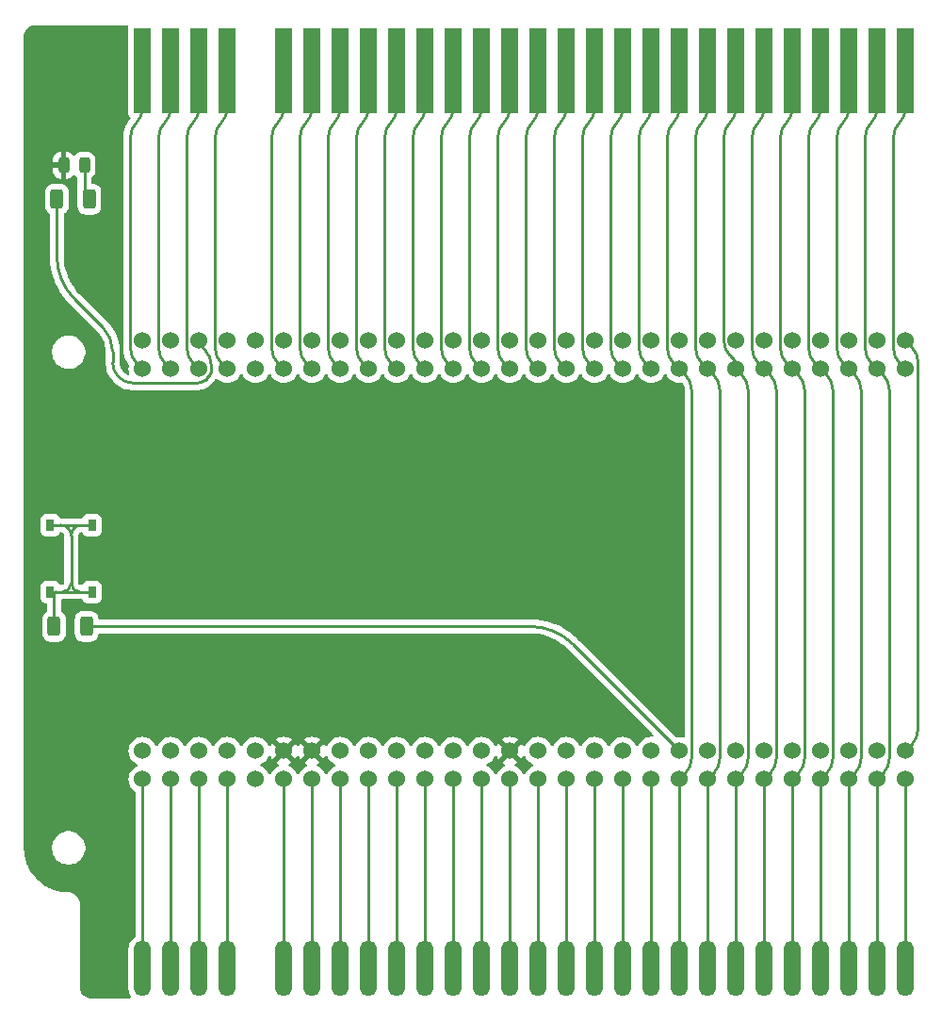
<source format=gbr>
%TF.GenerationSoftware,KiCad,Pcbnew,8.0.0*%
%TF.CreationDate,2024-02-29T19:57:34+01:00*%
%TF.ProjectId,ZX Spectrum_ BUS Expander,5a582053-7065-4637-9472-756d2c204255,rev?*%
%TF.SameCoordinates,Original*%
%TF.FileFunction,Copper,L1,Top*%
%TF.FilePolarity,Positive*%
%FSLAX46Y46*%
G04 Gerber Fmt 4.6, Leading zero omitted, Abs format (unit mm)*
G04 Created by KiCad (PCBNEW 8.0.0) date 2024-02-29 19:57:34*
%MOMM*%
%LPD*%
G01*
G04 APERTURE LIST*
G04 Aperture macros list*
%AMRoundRect*
0 Rectangle with rounded corners*
0 $1 Rounding radius*
0 $2 $3 $4 $5 $6 $7 $8 $9 X,Y pos of 4 corners*
0 Add a 4 corners polygon primitive as box body*
4,1,4,$2,$3,$4,$5,$6,$7,$8,$9,$2,$3,0*
0 Add four circle primitives for the rounded corners*
1,1,$1+$1,$2,$3*
1,1,$1+$1,$4,$5*
1,1,$1+$1,$6,$7*
1,1,$1+$1,$8,$9*
0 Add four rect primitives between the rounded corners*
20,1,$1+$1,$2,$3,$4,$5,0*
20,1,$1+$1,$4,$5,$6,$7,0*
20,1,$1+$1,$6,$7,$8,$9,0*
20,1,$1+$1,$8,$9,$2,$3,0*%
G04 Aperture macros list end*
%TA.AperFunction,ComponentPad*%
%ADD10C,1.524000*%
%TD*%
%TA.AperFunction,SMDPad,CuDef*%
%ADD11RoundRect,0.250000X-0.312500X-0.625000X0.312500X-0.625000X0.312500X0.625000X-0.312500X0.625000X0*%
%TD*%
%TA.AperFunction,SMDPad,CuDef*%
%ADD12RoundRect,0.762000X0.000000X-1.738000X0.000000X-1.738000X0.000000X1.738000X0.000000X1.738000X0*%
%TD*%
%TA.AperFunction,SMDPad,CuDef*%
%ADD13R,1.524000X7.620000*%
%TD*%
%TA.AperFunction,SMDPad,CuDef*%
%ADD14RoundRect,0.243750X-0.243750X-0.456250X0.243750X-0.456250X0.243750X0.456250X-0.243750X0.456250X0*%
%TD*%
%TA.AperFunction,SMDPad,CuDef*%
%ADD15R,0.750000X1.000000*%
%TD*%
%TA.AperFunction,Conductor*%
%ADD16C,0.250000*%
%TD*%
G04 APERTURE END LIST*
D10*
%TO.P,J1,*%
%TO.N,*%
X115646200Y-80010000D03*
X115646200Y-82550000D03*
%TO.P,J1,A1,Pin_a1*%
%TO.N,A15*%
X105486200Y-82550000D03*
%TO.P,J1,A2,Pin_a2*%
%TO.N,A13*%
X108026200Y-82550000D03*
%TO.P,J1,A3,Pin_a3*%
%TO.N,D7*%
X110566200Y-82550000D03*
%TO.P,J1,A4,Pin_a4*%
%TO.N,~{OEM_ROM1}*%
X113106200Y-82550000D03*
%TO.P,J1,A6,Pin_a6*%
%TO.N,D0*%
X118186200Y-82550000D03*
%TO.P,J1,A7,Pin_a7*%
%TO.N,D1*%
X120726200Y-82550000D03*
%TO.P,J1,A8,Pin_a8*%
%TO.N,D2*%
X123266200Y-82550000D03*
%TO.P,J1,A9,Pin_a9*%
%TO.N,D6*%
X125806200Y-82550000D03*
%TO.P,J1,A10,Pin_a10*%
%TO.N,D5*%
X128346200Y-82550000D03*
%TO.P,J1,A11,Pin_a11*%
%TO.N,D3*%
X130886200Y-82550000D03*
%TO.P,J1,A12,Pin_a12*%
%TO.N,D4*%
X133426200Y-82550000D03*
%TO.P,J1,A13,Pin_a13*%
%TO.N,~{INT}*%
X135966200Y-82550000D03*
%TO.P,J1,A14,Pin_a14*%
%TO.N,~{NMI}*%
X138506200Y-82550000D03*
%TO.P,J1,A15,Pin_a15*%
%TO.N,~{HALT}*%
X141046200Y-82550000D03*
%TO.P,J1,A16,Pin_a16*%
%TO.N,~{MREQ}*%
X143586200Y-82550000D03*
%TO.P,J1,A17,Pin_a17*%
%TO.N,~{IORQ}*%
X146126200Y-82550000D03*
%TO.P,J1,A18,Pin_a18*%
%TO.N,~{RD}*%
X148666200Y-82550000D03*
%TO.P,J1,A19,Pin_a19*%
%TO.N,~{WR}*%
X151206200Y-82550000D03*
%TO.P,J1,A20,Pin_a20*%
%TO.N,-5V*%
X153746200Y-82550000D03*
%TO.P,J1,A21,Pin_a21*%
%TO.N,~{WAIT}*%
X156286200Y-82550000D03*
%TO.P,J1,A22,Pin_a22*%
%TO.N,+12V*%
X158826200Y-82550000D03*
%TO.P,J1,A23,Pin_a23*%
%TO.N,12VAC*%
X161366200Y-82550000D03*
%TO.P,J1,A24,Pin_a24*%
%TO.N,~{M1}*%
X163906200Y-82550000D03*
%TO.P,J1,A25,Pin_a25*%
%TO.N,~{RFSH}*%
X166446200Y-82550000D03*
%TO.P,J1,A26,Pin_a26*%
%TO.N,A8*%
X168986200Y-82550000D03*
%TO.P,J1,A27,Pin_a27*%
%TO.N,A10*%
X171526200Y-82550000D03*
%TO.P,J1,A28,Pin_a28*%
%TO.N,RESET{slash}NC*%
X174066200Y-82550000D03*
%TO.P,J1,B1,Pin_b1*%
%TO.N,A14*%
X105486200Y-80010000D03*
%TO.P,J1,B2,Pin_b2*%
%TO.N,A12*%
X108026200Y-80010000D03*
%TO.P,J1,B3,Pin_b3*%
%TO.N,+5V*%
X110566200Y-80010000D03*
%TO.P,J1,B4,Pin_b4*%
%TO.N,+9V*%
X113106200Y-80010000D03*
%TO.P,J1,B6,Pin_b6*%
%TO.N,GND*%
X118186200Y-80010000D03*
%TO.P,J1,B7,Pin_b7*%
X120726200Y-80010000D03*
%TO.P,J1,B8,Pin_b8*%
%TO.N,~{CLK}*%
X123266200Y-80010000D03*
%TO.P,J1,B9,Pin_b9*%
%TO.N,A0*%
X125806200Y-80010000D03*
%TO.P,J1,B10,Pin_b10*%
%TO.N,A1*%
X128346200Y-80010000D03*
%TO.P,J1,B11,Pin_b11*%
%TO.N,A2*%
X130886200Y-80010000D03*
%TO.P,J1,B12,Pin_b12*%
%TO.N,A3*%
X133426200Y-80010000D03*
%TO.P,J1,B13,Pin_b13*%
%TO.N,~{IORQGE}*%
X135966200Y-80010000D03*
%TO.P,J1,B14,Pin_b14*%
%TO.N,GND*%
X138506200Y-80010000D03*
%TO.P,J1,B15,Pin_b15*%
%TO.N,~{OE_ROM2{slash}VIDEO}*%
X141046200Y-80010000D03*
%TO.P,J1,B16,Pin_b16*%
%TO.N,~{Y}*%
X143586200Y-80010000D03*
%TO.P,J1,B17,Pin_b17*%
%TO.N,V*%
X146126200Y-80010000D03*
%TO.P,J1,B18,Pin_b18*%
%TO.N,U*%
X148666200Y-80010000D03*
%TO.P,J1,B19,Pin_b19*%
%TO.N,~{BUSRQ}*%
X151206200Y-80010000D03*
%TO.P,J1,B20,Pin_b20*%
%TO.N,~{RESET}*%
X153746200Y-80010000D03*
%TO.P,J1,B21,Pin_b21*%
%TO.N,A7*%
X156286200Y-80010000D03*
%TO.P,J1,B22,Pin_b22*%
%TO.N,A6*%
X158826200Y-80010000D03*
%TO.P,J1,B23,Pin_b23*%
%TO.N,A5*%
X161366200Y-80010000D03*
%TO.P,J1,B24,Pin_b24*%
%TO.N,A4*%
X163906200Y-80010000D03*
%TO.P,J1,B25,Pin_b25*%
%TO.N,~{ROMCS}*%
X166446200Y-80010000D03*
%TO.P,J1,B26,Pin_b26*%
%TO.N,~{BUSACK}*%
X168986200Y-80010000D03*
%TO.P,J1,B27,Pin_b27*%
%TO.N,A9*%
X171526200Y-80010000D03*
%TO.P,J1,B28,Pin_b28*%
%TO.N,A11*%
X174066200Y-80010000D03*
%TD*%
D11*
%TO.P,R1,1*%
%TO.N,Net-(R1-Pad1)*%
X97536000Y-105664000D03*
%TO.P,R1,2*%
%TO.N,~{RESET}*%
X100461000Y-105664000D03*
%TD*%
D12*
%TO.P,Z1,A1,A15*%
%TO.N,A15*%
X105486200Y-136398000D03*
%TO.P,Z1,A2,A13*%
%TO.N,A13*%
X108026200Y-136398000D03*
%TO.P,Z1,A3,D7*%
%TO.N,D7*%
X110566200Y-136398000D03*
%TO.P,Z1,A4,~{OEM_ROM1}*%
%TO.N,~{OEM_ROM1}*%
X113106200Y-136398000D03*
%TO.P,Z1,A6,D0*%
%TO.N,D0*%
X118186200Y-136398000D03*
%TO.P,Z1,A7,D1*%
%TO.N,D1*%
X120726200Y-136398000D03*
%TO.P,Z1,A8,D2*%
%TO.N,D2*%
X123266200Y-136398000D03*
%TO.P,Z1,A9,D6*%
%TO.N,D6*%
X125806200Y-136398000D03*
%TO.P,Z1,A10,D5*%
%TO.N,D5*%
X128346200Y-136398000D03*
%TO.P,Z1,A11,D3*%
%TO.N,D3*%
X130886200Y-136398000D03*
%TO.P,Z1,A12,D4*%
%TO.N,D4*%
X133426200Y-136398000D03*
%TO.P,Z1,A13,~{INT}*%
%TO.N,~{INT}*%
X135966200Y-136398000D03*
%TO.P,Z1,A14,~{NMI}*%
%TO.N,~{NMI}*%
X138506200Y-136398000D03*
%TO.P,Z1,A15,~{HALT}*%
%TO.N,~{HALT}*%
X141046200Y-136398000D03*
%TO.P,Z1,A16,~{MREQ}*%
%TO.N,~{MREQ}*%
X143586200Y-136398000D03*
%TO.P,Z1,A17,~{IORQ}*%
%TO.N,~{IORQ}*%
X146126200Y-136398000D03*
%TO.P,Z1,A18,~{RD}*%
%TO.N,~{RD}*%
X148666200Y-136398000D03*
%TO.P,Z1,A19,~{WR}*%
%TO.N,~{WR}*%
X151206200Y-136398000D03*
%TO.P,Z1,A20,-5V*%
%TO.N,-5V*%
X153746200Y-136398000D03*
%TO.P,Z1,A21,~{WAIT}*%
%TO.N,~{WAIT}*%
X156286200Y-136398000D03*
%TO.P,Z1,A22,+12V*%
%TO.N,+12V*%
X158826200Y-136398000D03*
%TO.P,Z1,A23,12VAC*%
%TO.N,12VAC*%
X161366200Y-136398000D03*
%TO.P,Z1,A24,~{M1}*%
%TO.N,~{M1}*%
X163906200Y-136398000D03*
%TO.P,Z1,A25,~{RFSH}*%
%TO.N,~{RFSH}*%
X166446200Y-136398000D03*
%TO.P,Z1,A26,A8*%
%TO.N,A8*%
X168986200Y-136398000D03*
%TO.P,Z1,A27,A10*%
%TO.N,A10*%
X171526200Y-136398000D03*
%TO.P,Z1,A28,RESET*%
%TO.N,RESET{slash}NC*%
X174066200Y-136398000D03*
%TD*%
D10*
%TO.P,J2,*%
%TO.N,*%
X115646200Y-116840000D03*
X115646200Y-119380000D03*
%TO.P,J2,A1,Pin_a1*%
%TO.N,A15*%
X105486200Y-119380000D03*
%TO.P,J2,A2,Pin_a2*%
%TO.N,A13*%
X108026200Y-119380000D03*
%TO.P,J2,A3,Pin_a3*%
%TO.N,D7*%
X110566200Y-119380000D03*
%TO.P,J2,A4,Pin_a4*%
%TO.N,~{OEM_ROM1}*%
X113106200Y-119380000D03*
%TO.P,J2,A6,Pin_a6*%
%TO.N,D0*%
X118186200Y-119380000D03*
%TO.P,J2,A7,Pin_a7*%
%TO.N,D1*%
X120726200Y-119380000D03*
%TO.P,J2,A8,Pin_a8*%
%TO.N,D2*%
X123266200Y-119380000D03*
%TO.P,J2,A9,Pin_a9*%
%TO.N,D6*%
X125806200Y-119380000D03*
%TO.P,J2,A10,Pin_a10*%
%TO.N,D5*%
X128346200Y-119380000D03*
%TO.P,J2,A11,Pin_a11*%
%TO.N,D3*%
X130886200Y-119380000D03*
%TO.P,J2,A12,Pin_a12*%
%TO.N,D4*%
X133426200Y-119380000D03*
%TO.P,J2,A13,Pin_a13*%
%TO.N,~{INT}*%
X135966200Y-119380000D03*
%TO.P,J2,A14,Pin_a14*%
%TO.N,~{NMI}*%
X138506200Y-119380000D03*
%TO.P,J2,A15,Pin_a15*%
%TO.N,~{HALT}*%
X141046200Y-119380000D03*
%TO.P,J2,A16,Pin_a16*%
%TO.N,~{MREQ}*%
X143586200Y-119380000D03*
%TO.P,J2,A17,Pin_a17*%
%TO.N,~{IORQ}*%
X146126200Y-119380000D03*
%TO.P,J2,A18,Pin_a18*%
%TO.N,~{RD}*%
X148666200Y-119380000D03*
%TO.P,J2,A19,Pin_a19*%
%TO.N,~{WR}*%
X151206200Y-119380000D03*
%TO.P,J2,A20,Pin_a20*%
%TO.N,-5V*%
X153746200Y-119380000D03*
%TO.P,J2,A21,Pin_a21*%
%TO.N,~{WAIT}*%
X156286200Y-119380000D03*
%TO.P,J2,A22,Pin_a22*%
%TO.N,+12V*%
X158826200Y-119380000D03*
%TO.P,J2,A23,Pin_a23*%
%TO.N,12VAC*%
X161366200Y-119380000D03*
%TO.P,J2,A24,Pin_a24*%
%TO.N,~{M1}*%
X163906200Y-119380000D03*
%TO.P,J2,A25,Pin_a25*%
%TO.N,~{RFSH}*%
X166446200Y-119380000D03*
%TO.P,J2,A26,Pin_a26*%
%TO.N,A8*%
X168986200Y-119380000D03*
%TO.P,J2,A27,Pin_a27*%
%TO.N,A10*%
X171526200Y-119380000D03*
%TO.P,J2,A28,Pin_a28*%
%TO.N,RESET{slash}NC*%
X174066200Y-119380000D03*
%TO.P,J2,B1,Pin_b1*%
%TO.N,A14*%
X105486200Y-116840000D03*
%TO.P,J2,B2,Pin_b2*%
%TO.N,A12*%
X108026200Y-116840000D03*
%TO.P,J2,B3,Pin_b3*%
%TO.N,+5V*%
X110566200Y-116840000D03*
%TO.P,J2,B4,Pin_b4*%
%TO.N,+9V*%
X113106200Y-116840000D03*
%TO.P,J2,B6,Pin_b6*%
%TO.N,GND*%
X118186200Y-116840000D03*
%TO.P,J2,B7,Pin_b7*%
X120726200Y-116840000D03*
%TO.P,J2,B8,Pin_b8*%
%TO.N,~{CLK}*%
X123266200Y-116840000D03*
%TO.P,J2,B9,Pin_b9*%
%TO.N,A0*%
X125806200Y-116840000D03*
%TO.P,J2,B10,Pin_b10*%
%TO.N,A1*%
X128346200Y-116840000D03*
%TO.P,J2,B11,Pin_b11*%
%TO.N,A2*%
X130886200Y-116840000D03*
%TO.P,J2,B12,Pin_b12*%
%TO.N,A3*%
X133426200Y-116840000D03*
%TO.P,J2,B13,Pin_b13*%
%TO.N,~{IORQGE}*%
X135966200Y-116840000D03*
%TO.P,J2,B14,Pin_b14*%
%TO.N,GND*%
X138506200Y-116840000D03*
%TO.P,J2,B15,Pin_b15*%
%TO.N,~{OE_ROM2{slash}VIDEO}*%
X141046200Y-116840000D03*
%TO.P,J2,B16,Pin_b16*%
%TO.N,~{Y}*%
X143586200Y-116840000D03*
%TO.P,J2,B17,Pin_b17*%
%TO.N,V*%
X146126200Y-116840000D03*
%TO.P,J2,B18,Pin_b18*%
%TO.N,U*%
X148666200Y-116840000D03*
%TO.P,J2,B19,Pin_b19*%
%TO.N,~{BUSRQ}*%
X151206200Y-116840000D03*
%TO.P,J2,B20,Pin_b20*%
%TO.N,~{RESET}*%
X153746200Y-116840000D03*
%TO.P,J2,B21,Pin_b21*%
%TO.N,A7*%
X156286200Y-116840000D03*
%TO.P,J2,B22,Pin_b22*%
%TO.N,A6*%
X158826200Y-116840000D03*
%TO.P,J2,B23,Pin_b23*%
%TO.N,A5*%
X161366200Y-116840000D03*
%TO.P,J2,B24,Pin_b24*%
%TO.N,A4*%
X163906200Y-116840000D03*
%TO.P,J2,B25,Pin_b25*%
%TO.N,~{ROMCS}*%
X166446200Y-116840000D03*
%TO.P,J2,B26,Pin_b26*%
%TO.N,~{BUSACK}*%
X168986200Y-116840000D03*
%TO.P,J2,B27,Pin_b27*%
%TO.N,A9*%
X171526200Y-116840000D03*
%TO.P,J2,B28,Pin_b28*%
%TO.N,A11*%
X174066200Y-116840000D03*
%TD*%
D13*
%TO.P,Z2,A1,A15*%
%TO.N,A15*%
X105486200Y-55753000D03*
%TO.P,Z2,A2,A13*%
%TO.N,A13*%
X108026200Y-55753000D03*
%TO.P,Z2,A3,D7*%
%TO.N,D7*%
X110566200Y-55753000D03*
%TO.P,Z2,A4,~{OEM_ROM1}*%
%TO.N,~{OEM_ROM1}*%
X113106200Y-55753000D03*
%TO.P,Z2,A6,D0*%
%TO.N,D0*%
X118186200Y-55753000D03*
%TO.P,Z2,A7,D1*%
%TO.N,D1*%
X120726200Y-55753000D03*
%TO.P,Z2,A8,D2*%
%TO.N,D2*%
X123266200Y-55753000D03*
%TO.P,Z2,A9,D6*%
%TO.N,D6*%
X125806200Y-55753000D03*
%TO.P,Z2,A10,D5*%
%TO.N,D5*%
X128346200Y-55753000D03*
%TO.P,Z2,A11,D3*%
%TO.N,D3*%
X130886200Y-55753000D03*
%TO.P,Z2,A12,D4*%
%TO.N,D4*%
X133426200Y-55753000D03*
%TO.P,Z2,A13,~{INT}*%
%TO.N,~{INT}*%
X135966200Y-55753000D03*
%TO.P,Z2,A14,~{NMI}*%
%TO.N,~{NMI}*%
X138506200Y-55753000D03*
%TO.P,Z2,A15,~{HALT}*%
%TO.N,~{HALT}*%
X141046200Y-55753000D03*
%TO.P,Z2,A16,~{MREQ}*%
%TO.N,~{MREQ}*%
X143586200Y-55753000D03*
%TO.P,Z2,A17,~{IORQ}*%
%TO.N,~{IORQ}*%
X146126200Y-55753000D03*
%TO.P,Z2,A18,~{RD}*%
%TO.N,~{RD}*%
X148666200Y-55753000D03*
%TO.P,Z2,A19,~{WR}*%
%TO.N,~{WR}*%
X151206200Y-55753000D03*
%TO.P,Z2,A20,-5V*%
%TO.N,-5V*%
X153746200Y-55753000D03*
%TO.P,Z2,A21,~{WAIT}*%
%TO.N,~{WAIT}*%
X156286200Y-55753000D03*
%TO.P,Z2,A22,+12V*%
%TO.N,+12V*%
X158826200Y-55753000D03*
%TO.P,Z2,A23,12VAC*%
%TO.N,12VAC*%
X161366200Y-55753000D03*
%TO.P,Z2,A24,~{M1}*%
%TO.N,~{M1}*%
X163906200Y-55753000D03*
%TO.P,Z2,A25,~{RFSH}*%
%TO.N,~{RFSH}*%
X166446200Y-55753000D03*
%TO.P,Z2,A26,A8*%
%TO.N,A8*%
X168986200Y-55753000D03*
%TO.P,Z2,A27,A10*%
%TO.N,A10*%
X171526200Y-55753000D03*
%TO.P,Z2,A28,RESET*%
%TO.N,RESET{slash}NC*%
X174066200Y-55753000D03*
%TD*%
D14*
%TO.P,D1,1,K*%
%TO.N,GND*%
X98393500Y-64262000D03*
%TO.P,D1,2,A*%
%TO.N,Net-(D1-A)*%
X100268500Y-64262000D03*
%TD*%
D11*
%TO.P,R2,1*%
%TO.N,+5V*%
X97790000Y-67310000D03*
%TO.P,R2,2*%
%TO.N,Net-(D1-A)*%
X100715000Y-67310000D03*
%TD*%
D15*
%TO.P,SW1,1,1*%
%TO.N,Net-(R1-Pad1)*%
X97198800Y-102568000D03*
X97198800Y-96568000D03*
%TO.P,SW1,2,2*%
X100948800Y-102568000D03*
X100948800Y-96568000D03*
%TD*%
D16*
%TO.N,+5V*%
X103343104Y-83277102D02*
G75*
G03*
X104653771Y-83820009I1310696J1310702D01*
G01*
X102800207Y-81966435D02*
G75*
G03*
X103343115Y-83277091I1853593J35D01*
G01*
%TO.N,A10*%
X170981908Y-82005708D02*
X170981900Y-82005700D01*
X170981925Y-82005725D02*
X170981975Y-82005775D01*
X170981800Y-82005600D02*
X170981818Y-82005618D01*
X170981876Y-82005676D02*
X170981892Y-82005692D01*
%TO.N,A8*%
X168441876Y-82005676D02*
X168441884Y-82005684D01*
X168441925Y-82005725D02*
X168441975Y-82005775D01*
X168441829Y-82005629D02*
X168441850Y-82005650D01*
X168441892Y-82005692D02*
X168441908Y-82005708D01*
%TO.N,~{RFSH}*%
X165901876Y-82005676D02*
X165901884Y-82005684D01*
X165901800Y-82005600D02*
X165901818Y-82005618D01*
X165901892Y-82005692D02*
X165901908Y-82005708D01*
X165901925Y-82005725D02*
X165901975Y-82005775D01*
%TO.N,~{M1}*%
X164178362Y-82822162D02*
X164246418Y-82890218D01*
X163429865Y-82073665D02*
X163497902Y-82141702D01*
X163991263Y-82635063D02*
X164093310Y-82737110D01*
X164110306Y-82754106D02*
X164178362Y-82822162D01*
X164314465Y-82958265D02*
X164382503Y-83026303D01*
X163378814Y-82022614D02*
X163412842Y-82056642D01*
X163565968Y-82209768D02*
X163634062Y-82277862D01*
X164246427Y-82890227D02*
X164314465Y-82958265D01*
X164399517Y-83043317D02*
X164433539Y-83077339D01*
X163634062Y-82277862D02*
X163702156Y-82345956D01*
X163497902Y-82141702D02*
X163565939Y-82209739D01*
X163719123Y-82362923D02*
X163821151Y-82464951D01*
%TO.N,12VAC*%
X161774465Y-82958265D02*
X161842503Y-83026303D01*
X161706427Y-82890227D02*
X161774465Y-82958265D01*
X161859517Y-83043317D02*
X161893539Y-83077339D01*
X161094062Y-82277862D02*
X161162156Y-82345956D01*
X160957902Y-82141702D02*
X161025939Y-82209739D01*
X161638362Y-82822162D02*
X161706418Y-82890218D01*
X161179123Y-82362923D02*
X161281151Y-82464951D01*
X160889865Y-82073665D02*
X160957902Y-82141702D01*
X161451263Y-82635063D02*
X161553310Y-82737110D01*
X161570306Y-82754106D02*
X161638362Y-82822162D01*
X160838814Y-82022614D02*
X160872842Y-82056642D01*
X161025968Y-82209768D02*
X161094062Y-82277862D01*
%TO.N,~{WAIT}*%
X156490306Y-82754106D02*
X156558362Y-82822162D01*
X156694465Y-82958265D02*
X156762503Y-83026303D01*
X155758814Y-82022614D02*
X155792842Y-82056642D01*
X155945968Y-82209768D02*
X156014062Y-82277862D01*
X156626427Y-82890227D02*
X156694465Y-82958265D01*
X156014062Y-82277862D02*
X156082156Y-82345956D01*
X156779517Y-83043317D02*
X156813539Y-83077339D01*
X155877902Y-82141702D02*
X155945939Y-82209739D01*
X156099123Y-82362923D02*
X156201151Y-82464951D01*
X156558362Y-82822162D02*
X156626418Y-82890218D01*
X155809865Y-82073665D02*
X155877902Y-82141702D01*
X156371263Y-82635063D02*
X156473310Y-82737110D01*
%TO.N,-5V*%
X154239517Y-83043317D02*
X154273539Y-83077339D01*
X153337935Y-82141735D02*
X153405980Y-82209780D01*
X153559078Y-82362878D02*
X153661143Y-82464943D01*
X153218860Y-82022660D02*
X153252881Y-82056681D01*
X154086418Y-82890218D02*
X154154462Y-82958262D01*
X153405980Y-82209780D02*
X153474024Y-82277824D01*
X153831253Y-82635053D02*
X153933319Y-82737119D01*
X153950330Y-82754130D02*
X154018374Y-82822174D01*
X154154462Y-82958262D02*
X154222506Y-83026306D01*
X153474024Y-82277824D02*
X153542068Y-82345868D01*
X153269892Y-82073692D02*
X153337935Y-82141735D01*
X154018374Y-82822174D02*
X154086418Y-82890218D01*
%TO.N,+5V*%
X110566200Y-80171100D02*
X110566200Y-80010000D01*
X110680114Y-80446114D02*
X111126340Y-80892340D01*
X111482126Y-83141013D02*
X111470857Y-83157878D01*
X111124293Y-83535032D02*
X111330862Y-83328462D01*
X104653771Y-83820000D02*
X110436321Y-83820000D01*
X101902181Y-78788181D02*
X99383792Y-76269792D01*
X97790000Y-72422036D02*
X97790000Y-67310000D01*
X111660565Y-82182073D02*
X111660565Y-82846992D01*
X111482126Y-83141013D02*
G75*
G02*
X111596507Y-83001634I764774J-510987D01*
G01*
X111660565Y-82846992D02*
G75*
G02*
X111596506Y-83001633I-218665J-8D01*
G01*
X111660565Y-82182073D02*
G75*
G03*
X111126328Y-80892352I-1823965J-27D01*
G01*
X111330862Y-83328462D02*
G75*
G03*
X111470856Y-83157877I-795962J795962D01*
G01*
X111124292Y-83535031D02*
G75*
G02*
X110436321Y-83820025I-687992J687931D01*
G01*
X102800207Y-80956207D02*
G75*
G03*
X101902175Y-78788187I-3066007J7D01*
G01*
X97790000Y-72422036D02*
G75*
G03*
X99383800Y-76269784I5441600J36D01*
G01*
X102800207Y-80956207D02*
X102800207Y-81966435D01*
X110566200Y-80171100D02*
G75*
G03*
X110680120Y-80446108I388900J0D01*
G01*
%TO.N,A10*%
X170981830Y-82005630D02*
X170981836Y-82005636D01*
X170981876Y-82005676D02*
X170981865Y-82005665D01*
X170981830Y-82005630D02*
X170981818Y-82005618D01*
X170981925Y-82005725D02*
X170981908Y-82005708D01*
%TO.N,A8*%
X168441812Y-82005612D02*
X168441818Y-82005618D01*
X168441865Y-82005665D02*
X168441876Y-82005676D01*
X168441818Y-82005618D02*
X168441829Y-82005629D01*
X168441925Y-82005725D02*
X168441908Y-82005708D01*
%TO.N,~{RFSH}*%
X165901830Y-82005630D02*
X165901836Y-82005636D01*
X165901876Y-82005676D02*
X165901865Y-82005665D01*
X165901830Y-82005630D02*
X165901818Y-82005618D01*
X165901908Y-82005708D02*
X165901925Y-82005725D01*
%TO.N,~{M1}*%
X164382503Y-83026303D02*
X164399517Y-83043317D01*
X163565968Y-82209768D02*
X163565939Y-82209739D01*
X163991263Y-82635063D02*
X163821151Y-82464951D01*
X163429865Y-82073665D02*
X163412842Y-82056642D01*
X164246418Y-82890218D02*
X164246427Y-82890227D01*
%TO.N,12VAC*%
X161842503Y-83026303D02*
X161859517Y-83043317D01*
X161281151Y-82464951D02*
X161451263Y-82635063D01*
X161706427Y-82890227D02*
X161706418Y-82890218D01*
X160889865Y-82073665D02*
X160872842Y-82056642D01*
X161025939Y-82209739D02*
X161025968Y-82209768D01*
%TO.N,~{WAIT}*%
X156762503Y-83026303D02*
X156779517Y-83043317D01*
X156201151Y-82464951D02*
X156371263Y-82635063D01*
X155792842Y-82056642D02*
X155809865Y-82073665D01*
X156626427Y-82890227D02*
X156626418Y-82890218D01*
X155945968Y-82209768D02*
X155945939Y-82209739D01*
%TO.N,-5V*%
X153252881Y-82056681D02*
X153269892Y-82073692D01*
X153661143Y-82464943D02*
X153831253Y-82635053D01*
X154239517Y-83043317D02*
X154222506Y-83026306D01*
%TO.N,A10*%
X170981856Y-82005656D02*
X170981850Y-82005650D01*
X170981836Y-82005636D02*
X170981850Y-82005650D01*
%TO.N,A8*%
X168441856Y-82005656D02*
X168441850Y-82005650D01*
X168441812Y-82005612D02*
X168441800Y-82005600D01*
%TO.N,~{RFSH}*%
X165901856Y-82005656D02*
X165901850Y-82005650D01*
X165901850Y-82005650D02*
X165901836Y-82005636D01*
%TO.N,~{M1}*%
X164093310Y-82737110D02*
X164110306Y-82754106D01*
X163702156Y-82345956D02*
X163719123Y-82362923D01*
%TO.N,12VAC*%
X161162156Y-82345956D02*
X161179123Y-82362923D01*
X161553310Y-82737110D02*
X161570306Y-82754106D01*
%TO.N,~{WAIT}*%
X156490306Y-82754106D02*
X156473310Y-82737110D01*
X156082156Y-82345956D02*
X156099123Y-82362923D01*
%TO.N,-5V*%
X153559078Y-82362878D02*
X153542068Y-82345868D01*
X153933319Y-82737119D02*
X153950330Y-82754130D01*
%TO.N,A10*%
X170981856Y-82005656D02*
X170981865Y-82005665D01*
%TO.N,A8*%
X168441856Y-82005656D02*
X168441865Y-82005665D01*
%TO.N,~{RFSH}*%
X165901856Y-82005656D02*
X165901865Y-82005665D01*
%TO.N,A10*%
X171526200Y-119764913D02*
G75*
G02*
X171798381Y-119107831I929200J13D01*
G01*
%TO.N,12VAC*%
X161638375Y-119107825D02*
G75*
G03*
X161366191Y-119764913I657025J-657075D01*
G01*
%TO.N,~{WAIT}*%
X156558375Y-119107825D02*
G75*
G03*
X156286191Y-119764913I657025J-657075D01*
G01*
%TO.N,A15*%
X105486200Y-136398000D02*
X105486200Y-119380000D01*
X104941800Y-82005600D02*
X105486200Y-82550000D01*
X105486200Y-59119802D02*
X105486200Y-55753000D01*
X104397400Y-61748397D02*
X104397400Y-80691302D01*
X104941799Y-60434099D02*
G75*
G03*
X105486200Y-59119802I-1314299J1314299D01*
G01*
X104397400Y-61748397D02*
G75*
G02*
X104941801Y-60434101I1858700J-3D01*
G01*
X104941801Y-82005599D02*
G75*
G02*
X104397400Y-80691302I1314299J1314299D01*
G01*
%TO.N,A13*%
X108026200Y-136398000D02*
X108026200Y-119380000D01*
X106937400Y-80691302D02*
X106937400Y-61748397D01*
X107481800Y-82005600D02*
X108026200Y-82550000D01*
X108026200Y-59119802D02*
X108026200Y-55753000D01*
X107481801Y-60434101D02*
G75*
G03*
X106937400Y-61748397I1314299J-1314299D01*
G01*
X107481799Y-60434099D02*
G75*
G03*
X108026200Y-59119802I-1314299J1314299D01*
G01*
X106937400Y-80691302D02*
G75*
G03*
X107481801Y-82005599I1858700J2D01*
G01*
%TO.N,D7*%
X110566200Y-136398000D02*
X110566200Y-119380000D01*
X110566200Y-59119802D02*
X110566200Y-55753000D01*
X109477400Y-80691302D02*
X109477400Y-61748397D01*
X110021800Y-82005600D02*
X110566200Y-82550000D01*
X109477400Y-80691302D02*
G75*
G03*
X110021801Y-82005599I1858700J2D01*
G01*
X110021801Y-60434101D02*
G75*
G03*
X109477400Y-61748397I1314299J-1314299D01*
G01*
X110566200Y-59119802D02*
G75*
G02*
X110021799Y-60434099I-1858700J2D01*
G01*
%TO.N,~{OEM_ROM1}*%
X113106200Y-59119802D02*
X113106200Y-55753000D01*
X113106200Y-136398000D02*
X113106200Y-119380000D01*
X112017400Y-61748397D02*
X112017400Y-80691302D01*
X112561800Y-82005600D02*
X113106200Y-82550000D01*
X112561801Y-82005599D02*
G75*
G02*
X112017400Y-80691302I1314299J1314299D01*
G01*
X112017400Y-61748397D02*
G75*
G02*
X112561801Y-60434101I1858700J-3D01*
G01*
X112561799Y-60434099D02*
G75*
G03*
X113106200Y-59119802I-1314299J1314299D01*
G01*
%TO.N,D0*%
X118186200Y-136398000D02*
X118186200Y-119380000D01*
X118186200Y-59119802D02*
X118186200Y-55753000D01*
X117097400Y-80691302D02*
X117097400Y-61748397D01*
X117641800Y-82005600D02*
X118186200Y-82550000D01*
X117097400Y-80691302D02*
G75*
G03*
X117641801Y-82005599I1858700J2D01*
G01*
X117641801Y-60434101D02*
G75*
G03*
X117097400Y-61748397I1314299J-1314299D01*
G01*
X118186200Y-59119802D02*
G75*
G02*
X117641799Y-60434099I-1858700J2D01*
G01*
%TO.N,D1*%
X119637400Y-80691302D02*
X119637400Y-61748397D01*
X120726200Y-136398000D02*
X120726200Y-119380000D01*
X120726200Y-59119802D02*
X120726200Y-55753000D01*
X120181800Y-82005600D02*
X120726200Y-82550000D01*
X120726200Y-59119802D02*
G75*
G02*
X120181799Y-60434099I-1858700J2D01*
G01*
X119637400Y-61748397D02*
G75*
G02*
X120181801Y-60434101I1858700J-3D01*
G01*
X119637400Y-80691302D02*
G75*
G03*
X120181801Y-82005599I1858700J2D01*
G01*
%TO.N,D2*%
X123266200Y-59119802D02*
X123266200Y-55753000D01*
X123266200Y-136398000D02*
X123266200Y-119380000D01*
X122721800Y-82005600D02*
X123266200Y-82550000D01*
X122177400Y-61748397D02*
X122177400Y-80691302D01*
X122721799Y-60434099D02*
G75*
G03*
X123266200Y-59119802I-1314299J1314299D01*
G01*
X122721801Y-82005599D02*
G75*
G02*
X122177400Y-80691302I1314299J1314299D01*
G01*
X122721801Y-60434101D02*
G75*
G03*
X122177400Y-61748397I1314299J-1314299D01*
G01*
%TO.N,D6*%
X125261800Y-82005600D02*
X125806200Y-82550000D01*
X125806200Y-136398000D02*
X125806200Y-119380000D01*
X124717400Y-61748397D02*
X124717400Y-80691302D01*
X125806200Y-59119802D02*
X125806200Y-55753000D01*
X124717400Y-61748397D02*
G75*
G02*
X125261801Y-60434101I1858700J-3D01*
G01*
X125261799Y-60434099D02*
G75*
G03*
X125806200Y-59119802I-1314299J1314299D01*
G01*
X125261801Y-82005599D02*
G75*
G02*
X124717400Y-80691302I1314299J1314299D01*
G01*
%TO.N,D5*%
X127257400Y-61748397D02*
X127257400Y-80691302D01*
X128346200Y-59119802D02*
X128346200Y-55753000D01*
X127801800Y-82005600D02*
X128346200Y-82550000D01*
X128346200Y-136398000D02*
X128346200Y-119380000D01*
X127801801Y-82005599D02*
G75*
G02*
X127257400Y-80691302I1314299J1314299D01*
G01*
X127801799Y-60434099D02*
G75*
G03*
X128346200Y-59119802I-1314299J1314299D01*
G01*
X127801801Y-60434101D02*
G75*
G03*
X127257400Y-61748397I1314299J-1314299D01*
G01*
%TO.N,D3*%
X130886200Y-59119802D02*
X130886200Y-55753000D01*
X130886200Y-136398000D02*
X130886200Y-119380000D01*
X129797400Y-61748397D02*
X129797400Y-80691302D01*
X130341800Y-82005600D02*
X130886200Y-82550000D01*
X130886200Y-59119802D02*
G75*
G02*
X130341799Y-60434099I-1858700J2D01*
G01*
X130341801Y-82005599D02*
G75*
G02*
X129797400Y-80691302I1314299J1314299D01*
G01*
X129797400Y-61748397D02*
G75*
G02*
X130341801Y-60434101I1858700J-3D01*
G01*
%TO.N,D4*%
X132881800Y-82005600D02*
X133426200Y-82550000D01*
X132337400Y-80691302D02*
X132337400Y-61748397D01*
X133426200Y-59119802D02*
X133426200Y-55753000D01*
X133426200Y-136398000D02*
X133426200Y-119380000D01*
X132881801Y-82005599D02*
G75*
G02*
X132337400Y-80691302I1314299J1314299D01*
G01*
X132881799Y-60434099D02*
G75*
G03*
X133426200Y-59119802I-1314299J1314299D01*
G01*
X132881801Y-60434101D02*
G75*
G03*
X132337400Y-61748397I1314299J-1314299D01*
G01*
%TO.N,~{INT}*%
X135421800Y-82005600D02*
X135966200Y-82550000D01*
X135966200Y-136398000D02*
X135966200Y-119380000D01*
X135966200Y-59119802D02*
X135966200Y-55753000D01*
X134877400Y-80691302D02*
X134877400Y-61748397D01*
X135421801Y-60434101D02*
G75*
G03*
X134877400Y-61748397I1314299J-1314299D01*
G01*
X135966200Y-59119802D02*
G75*
G02*
X135421799Y-60434099I-1858700J2D01*
G01*
X134877400Y-80691302D02*
G75*
G03*
X135421801Y-82005599I1858700J2D01*
G01*
%TO.N,~{NMI}*%
X138506200Y-59119802D02*
X138506200Y-55753000D01*
X138506200Y-136398000D02*
X138506200Y-119380000D01*
X137417400Y-80691302D02*
X137417400Y-61748397D01*
X137961800Y-82005600D02*
X138506200Y-82550000D01*
X137417400Y-80691302D02*
G75*
G03*
X137961801Y-82005599I1858700J2D01*
G01*
X137961799Y-60434099D02*
G75*
G03*
X138506200Y-59119802I-1314299J1314299D01*
G01*
X137417400Y-61748397D02*
G75*
G02*
X137961801Y-60434101I1858700J-3D01*
G01*
%TO.N,~{HALT}*%
X140501800Y-82005600D02*
X141046200Y-82550000D01*
X141046200Y-136398000D02*
X141046200Y-119380000D01*
X141046200Y-59119802D02*
X141046200Y-55753000D01*
X139957400Y-61748397D02*
X139957400Y-80691302D01*
X140501799Y-60434099D02*
G75*
G03*
X141046200Y-59119802I-1314299J1314299D01*
G01*
X139957400Y-61748397D02*
G75*
G02*
X140501801Y-60434101I1858700J-3D01*
G01*
X140501801Y-82005599D02*
G75*
G02*
X139957400Y-80691302I1314299J1314299D01*
G01*
%TO.N,~{MREQ}*%
X142497400Y-61748397D02*
X142497400Y-80691302D01*
X143586200Y-59119802D02*
X143586200Y-55753000D01*
X143586200Y-136398000D02*
X143586200Y-119380000D01*
X143041800Y-82005600D02*
X143586200Y-82550000D01*
X142497400Y-61748397D02*
G75*
G02*
X143041801Y-60434101I1858700J-3D01*
G01*
X143041801Y-82005599D02*
G75*
G02*
X142497400Y-80691302I1314299J1314299D01*
G01*
X143041799Y-60434099D02*
G75*
G03*
X143586200Y-59119802I-1314299J1314299D01*
G01*
%TO.N,~{IORQ}*%
X145581800Y-82005600D02*
X146126200Y-82550000D01*
X146126200Y-136398000D02*
X146126200Y-119380000D01*
X146126200Y-59119802D02*
X146126200Y-55753000D01*
X145037400Y-61748397D02*
X145037400Y-80691302D01*
X145037400Y-61748397D02*
G75*
G02*
X145581801Y-60434101I1858700J-3D01*
G01*
X146126200Y-59119802D02*
G75*
G02*
X145581799Y-60434099I-1858700J2D01*
G01*
X145581801Y-82005599D02*
G75*
G02*
X145037400Y-80691302I1314299J1314299D01*
G01*
%TO.N,~{RD}*%
X148666200Y-59119802D02*
X148666200Y-55753000D01*
X147577400Y-80691302D02*
X147577400Y-61748397D01*
X148121800Y-82005600D02*
X148666200Y-82550000D01*
X148666200Y-136398000D02*
X148666200Y-119380000D01*
X148121799Y-60434099D02*
G75*
G03*
X148666200Y-59119802I-1314299J1314299D01*
G01*
X147577400Y-80691302D02*
G75*
G03*
X148121801Y-82005599I1858700J2D01*
G01*
X148121801Y-60434101D02*
G75*
G03*
X147577400Y-61748397I1314299J-1314299D01*
G01*
%TO.N,~{WR}*%
X150661800Y-82005600D02*
X151206200Y-82550000D01*
X150117400Y-80691302D02*
X150117400Y-61748397D01*
X151206200Y-59119802D02*
X151206200Y-55753000D01*
X151206200Y-136398000D02*
X151206200Y-119380000D01*
X150661801Y-60434101D02*
G75*
G03*
X150117400Y-61748397I1314299J-1314299D01*
G01*
X150661799Y-60434099D02*
G75*
G03*
X151206200Y-59119802I-1314299J1314299D01*
G01*
X150117400Y-80691302D02*
G75*
G03*
X150661801Y-82005599I1858700J2D01*
G01*
%TO.N,-5V*%
X154834900Y-117521472D02*
X154834900Y-84408527D01*
X153746200Y-120149827D02*
X153746200Y-136398000D01*
X152657500Y-61748227D02*
X152657500Y-80691472D01*
X154273539Y-83077339D02*
X154290550Y-83094350D01*
X153218860Y-82022660D02*
X153201850Y-82005650D01*
X153746200Y-59119872D02*
X153746200Y-55753000D01*
X154834900Y-117521472D02*
G75*
G02*
X154290558Y-118835658I-1858500J-28D01*
G01*
X153201851Y-82005649D02*
G75*
G02*
X152657512Y-80691472I1314149J1314149D01*
G01*
X153201849Y-60434049D02*
G75*
G03*
X153746188Y-59119872I-1314149J1314149D01*
G01*
X153201851Y-60434051D02*
G75*
G03*
X152657512Y-61748227I1314149J-1314149D01*
G01*
X154834900Y-84408527D02*
G75*
G03*
X154290558Y-83094342I-1858500J27D01*
G01*
X154290551Y-118835651D02*
G75*
G03*
X153746212Y-120149827I1314149J-1314149D01*
G01*
%TO.N,~{WAIT}*%
X155197400Y-61748397D02*
X155197400Y-80691302D01*
X156286200Y-59119802D02*
X156286200Y-55753000D01*
X156286200Y-119764913D02*
X156286200Y-136398000D01*
X156830550Y-83094350D02*
X156813539Y-83077339D01*
X157374900Y-117521472D02*
X157374900Y-84408527D01*
X155758814Y-82022614D02*
X155741800Y-82005600D01*
X156558375Y-119107825D02*
X156830550Y-118835650D01*
X156830549Y-83094351D02*
G75*
G02*
X157374888Y-84408527I-1314149J-1314149D01*
G01*
X157374900Y-117521472D02*
G75*
G02*
X156830558Y-118835658I-1858500J-28D01*
G01*
X155741801Y-60434101D02*
G75*
G03*
X155197400Y-61748397I1314299J-1314299D01*
G01*
X155741799Y-60434099D02*
G75*
G03*
X156286200Y-59119802I-1314299J1314299D01*
G01*
X155741801Y-82005599D02*
G75*
G02*
X155197400Y-80691302I1314299J1314299D01*
G01*
%TO.N,+12V*%
X158826200Y-120149827D02*
X158826200Y-136398000D01*
X159370550Y-83094350D02*
X159060818Y-82784618D01*
X157737500Y-61748227D02*
X157737500Y-80027872D01*
X158591581Y-81651781D02*
X158281850Y-81342050D01*
X158826200Y-59119872D02*
X158826200Y-55753000D01*
X159914900Y-84408527D02*
X159914900Y-117521472D01*
X158826200Y-82218200D02*
G75*
G03*
X159060825Y-82784611I801000J0D01*
G01*
X158826200Y-120149827D02*
G75*
G02*
X159370542Y-118835642I1858500J27D01*
G01*
X158826200Y-82218200D02*
G75*
G03*
X158591574Y-81651788I-801000J0D01*
G01*
X159370549Y-118835649D02*
G75*
G03*
X159914888Y-117521472I-1314149J1314149D01*
G01*
X158281851Y-81342049D02*
G75*
G02*
X157737512Y-80027872I1314149J1314149D01*
G01*
X159370549Y-83094351D02*
G75*
G02*
X159914888Y-84408527I-1314149J-1314149D01*
G01*
X158826200Y-59119872D02*
G75*
G02*
X158281858Y-60434058I-1858500J-28D01*
G01*
X157737500Y-61748227D02*
G75*
G02*
X158281842Y-60434042I1858500J27D01*
G01*
%TO.N,12VAC*%
X161638375Y-119107825D02*
X161910550Y-118835650D01*
X161366200Y-119764913D02*
X161366200Y-136398000D01*
X160277400Y-61748397D02*
X160277400Y-80691302D01*
X161893539Y-83077339D02*
X161910550Y-83094350D01*
X161366200Y-59119802D02*
X161366200Y-55753000D01*
X162454900Y-117521472D02*
X162454900Y-84408527D01*
X160821800Y-82005600D02*
X160838814Y-82022614D01*
X162454900Y-84408527D02*
G75*
G03*
X161910558Y-83094342I-1858500J27D01*
G01*
X160821801Y-82005599D02*
G75*
G02*
X160277400Y-80691302I1314299J1314299D01*
G01*
X162454900Y-117521472D02*
G75*
G02*
X161910558Y-118835658I-1858500J-28D01*
G01*
X161366200Y-59119802D02*
G75*
G02*
X160821799Y-60434099I-1858700J2D01*
G01*
X160277400Y-61748397D02*
G75*
G02*
X160821801Y-60434101I1858700J-3D01*
G01*
%TO.N,~{M1}*%
X162817400Y-61748397D02*
X162817400Y-80691302D01*
X164450550Y-83094350D02*
X164433539Y-83077339D01*
X163906200Y-59119802D02*
X163906200Y-55753000D01*
X164994900Y-117521472D02*
X164994900Y-84408527D01*
X163906200Y-120149827D02*
X163906200Y-136398000D01*
X163361800Y-82005600D02*
X163378814Y-82022614D01*
X163361801Y-82005599D02*
G75*
G02*
X162817400Y-80691302I1314299J1314299D01*
G01*
X163361801Y-60434101D02*
G75*
G03*
X162817400Y-61748397I1314299J-1314299D01*
G01*
X164450549Y-118835649D02*
G75*
G03*
X164994888Y-117521472I-1314149J1314149D01*
G01*
X163361799Y-60434099D02*
G75*
G03*
X163906200Y-59119802I-1314299J1314299D01*
G01*
X164450549Y-83094351D02*
G75*
G02*
X164994888Y-84408527I-1314149J-1314149D01*
G01*
X164450551Y-118835651D02*
G75*
G03*
X163906212Y-120149827I1314149J-1314149D01*
G01*
%TO.N,~{RFSH}*%
X165901975Y-82005775D02*
X166990550Y-83094350D01*
X165357400Y-61748397D02*
X165357400Y-80691302D01*
X167534900Y-117521472D02*
X167534900Y-84408527D01*
X166446200Y-120149827D02*
X166446200Y-136398000D01*
X166446200Y-59119802D02*
X166446200Y-55753000D01*
X167534900Y-117521472D02*
G75*
G02*
X166990558Y-118835658I-1858500J-28D01*
G01*
X166446200Y-120149827D02*
G75*
G02*
X166990542Y-118835642I1858500J27D01*
G01*
X166446200Y-59119802D02*
G75*
G02*
X165901799Y-60434099I-1858700J2D01*
G01*
X165357400Y-61748397D02*
G75*
G02*
X165901801Y-60434101I1858700J-3D01*
G01*
X167534900Y-84408527D02*
G75*
G03*
X166990558Y-83094342I-1858500J27D01*
G01*
X165901801Y-82005599D02*
G75*
G02*
X165357400Y-80691302I1314299J1314299D01*
G01*
%TO.N,A8*%
X168441975Y-82005775D02*
X169530550Y-83094350D01*
X170074900Y-117521472D02*
X170074900Y-84408527D01*
X167897400Y-61748397D02*
X167897400Y-80691302D01*
X168986200Y-120149827D02*
X168986200Y-136398000D01*
X168986200Y-59119802D02*
X168986200Y-55753000D01*
X168441801Y-82005599D02*
G75*
G02*
X167897400Y-80691302I1314299J1314299D01*
G01*
X168986200Y-120149827D02*
G75*
G02*
X169530542Y-118835642I1858500J27D01*
G01*
X169530549Y-83094351D02*
G75*
G02*
X170074888Y-84408527I-1314149J-1314149D01*
G01*
X170074900Y-117521472D02*
G75*
G02*
X169530558Y-118835658I-1858500J-28D01*
G01*
X168441801Y-60434101D02*
G75*
G03*
X167897400Y-61748397I1314299J-1314299D01*
G01*
X168441799Y-60434099D02*
G75*
G03*
X168986200Y-59119802I-1314299J1314299D01*
G01*
%TO.N,A10*%
X171526200Y-59119802D02*
X171526200Y-55753000D01*
X171526200Y-119764913D02*
X171526200Y-136398000D01*
X170981975Y-82005775D02*
X172070550Y-83094350D01*
X172614900Y-117521472D02*
X172614900Y-84408527D01*
X172070550Y-118835650D02*
X171798375Y-119107825D01*
X170437400Y-80691302D02*
X170437400Y-61748397D01*
X172614900Y-84408527D02*
G75*
G03*
X172070558Y-83094342I-1858500J27D01*
G01*
X172614900Y-117521472D02*
G75*
G02*
X172070558Y-118835658I-1858500J-28D01*
G01*
X170437400Y-80691302D02*
G75*
G03*
X170981801Y-82005599I1858700J2D01*
G01*
X170981801Y-60434101D02*
G75*
G03*
X170437400Y-61748397I1314299J-1314299D01*
G01*
X170981799Y-60434099D02*
G75*
G03*
X171526200Y-59119802I-1314299J1314299D01*
G01*
%TO.N,RESET{slash}NC*%
X174066200Y-59119802D02*
X174066200Y-55753000D01*
X173521800Y-82005600D02*
X174066200Y-82550000D01*
X172977400Y-80691302D02*
X172977400Y-61748397D01*
X174066200Y-136398000D02*
X174066200Y-119380000D01*
X173521799Y-60434099D02*
G75*
G03*
X174066200Y-59119802I-1314299J1314299D01*
G01*
X172977400Y-80691302D02*
G75*
G03*
X173521801Y-82005599I1858700J2D01*
G01*
X172977400Y-61748397D02*
G75*
G02*
X173521801Y-60434101I1858700J-3D01*
G01*
%TO.N,~{RESET}*%
X144163992Y-107257792D02*
X153746200Y-116840000D01*
X140316236Y-105664000D02*
X100461000Y-105664000D01*
X140316236Y-105664000D02*
G75*
G02*
X144163984Y-107257800I-36J-5441600D01*
G01*
%TO.N,A11*%
X175184000Y-114931796D02*
X175184000Y-81918203D01*
X174625100Y-116281100D02*
X174066200Y-116840000D01*
X174625100Y-80568900D02*
X174066200Y-80010000D01*
X174625100Y-80568900D02*
G75*
G02*
X175183998Y-81918203I-1349300J-1349300D01*
G01*
X175184000Y-114931796D02*
G75*
G02*
X174625101Y-116281101I-1908200J-4D01*
G01*
%TO.N,Net-(R1-Pad1)*%
X97367400Y-102568000D02*
X97198800Y-102568000D01*
X97536000Y-102736600D02*
X97536000Y-105664000D01*
X99073800Y-97505500D02*
X99073800Y-101799100D01*
X99842700Y-102568000D02*
X100948800Y-102568000D01*
X98136300Y-96568000D02*
X100011300Y-96568000D01*
X100011300Y-96568000D02*
X100948800Y-96568000D01*
X97704600Y-102568000D02*
X98304900Y-102568000D01*
X99842700Y-102568000D02*
X98304900Y-102568000D01*
X98136300Y-96568000D02*
X97198800Y-96568000D01*
X97704600Y-102568000D02*
X97367400Y-102568000D01*
X100011300Y-96568000D02*
G75*
G03*
X99073800Y-97505500I0J-937500D01*
G01*
X99842700Y-102568000D02*
G75*
G02*
X99073800Y-101799100I0J768900D01*
G01*
X99073800Y-101799100D02*
G75*
G02*
X98304900Y-102568000I-768900J0D01*
G01*
X97536000Y-102736600D02*
G75*
G02*
X97704600Y-102568000I168600J0D01*
G01*
X98136300Y-96568000D02*
G75*
G02*
X99073800Y-97505500I0J-937500D01*
G01*
X97536000Y-102736600D02*
G75*
G03*
X97367400Y-102568000I-168600J0D01*
G01*
%TO.N,Net-(D1-A)*%
X100491750Y-67086750D02*
X100715000Y-67310000D01*
X100268500Y-66547776D02*
X100268500Y-64262000D01*
X100268500Y-66547776D02*
G75*
G03*
X100491743Y-67086757I762200J-24D01*
G01*
%TD*%
%TA.AperFunction,Conductor*%
%TO.N,GND*%
G36*
X104175054Y-51708685D02*
G01*
X104220809Y-51761489D01*
X104230334Y-51827739D01*
X104230938Y-51827804D01*
X104230683Y-51830166D01*
X104230753Y-51830647D01*
X104230474Y-51832115D01*
X104223701Y-51895116D01*
X104223701Y-51895123D01*
X104223700Y-51895135D01*
X104223700Y-59610870D01*
X104223701Y-59610876D01*
X104230108Y-59670483D01*
X104280402Y-59805328D01*
X104280406Y-59805335D01*
X104366651Y-59920543D01*
X104366652Y-59920544D01*
X104366654Y-59920546D01*
X104370566Y-59923474D01*
X104412436Y-59979407D01*
X104417420Y-60049098D01*
X104393201Y-60100052D01*
X104226894Y-60308594D01*
X104226893Y-60308596D01*
X104078443Y-60544853D01*
X103957386Y-60796230D01*
X103957380Y-60796244D01*
X103865232Y-61059587D01*
X103865228Y-61059599D01*
X103803141Y-61331622D01*
X103803139Y-61331634D01*
X103771900Y-61608882D01*
X103771900Y-80830816D01*
X103803139Y-81108064D01*
X103803140Y-81108073D01*
X103803141Y-81108077D01*
X103806631Y-81123368D01*
X103865228Y-81380099D01*
X103865232Y-81380111D01*
X103957384Y-81643464D01*
X104078443Y-81894846D01*
X104226893Y-82131103D01*
X104226895Y-82131106D01*
X104236152Y-82142714D01*
X104262560Y-82207401D01*
X104258979Y-82252117D01*
X104238131Y-82329926D01*
X104238130Y-82329933D01*
X104218877Y-82549997D01*
X104218877Y-82550002D01*
X104238129Y-82770062D01*
X104238131Y-82770072D01*
X104278343Y-82920145D01*
X104276680Y-82989994D01*
X104237518Y-83047857D01*
X104173289Y-83075361D01*
X104111112Y-83066798D01*
X104105258Y-83064373D01*
X104087929Y-83055543D01*
X103940250Y-82965045D01*
X103924520Y-82953616D01*
X103792782Y-82841101D01*
X103779024Y-82827343D01*
X103666581Y-82695691D01*
X103655144Y-82679950D01*
X103575509Y-82550000D01*
X103564650Y-82532279D01*
X103555817Y-82514944D01*
X103545299Y-82489553D01*
X103489535Y-82354929D01*
X103483524Y-82336426D01*
X103481965Y-82329932D01*
X103443092Y-82168025D01*
X103440049Y-82148819D01*
X103426089Y-81971478D01*
X103425707Y-81961747D01*
X103425707Y-81007578D01*
X103425715Y-81007550D01*
X103425715Y-80795030D01*
X103425714Y-80795029D01*
X103397621Y-80473903D01*
X103341644Y-80156446D01*
X103258212Y-79845075D01*
X103147960Y-79542161D01*
X103011726Y-79250009D01*
X102850547Y-78970843D01*
X102850546Y-78970842D01*
X102850544Y-78970838D01*
X102665650Y-78706787D01*
X102458455Y-78459864D01*
X102458451Y-78459860D01*
X102458443Y-78459850D01*
X102344472Y-78345882D01*
X102290768Y-78292178D01*
X99827847Y-75829257D01*
X99824472Y-75825747D01*
X99572700Y-75553382D01*
X99566385Y-75545989D01*
X99338293Y-75256654D01*
X99332581Y-75248792D01*
X99127891Y-74942450D01*
X99122825Y-74934185D01*
X98942790Y-74612710D01*
X98938382Y-74604058D01*
X98784139Y-74269481D01*
X98780413Y-74260486D01*
X98652889Y-73914820D01*
X98649891Y-73905591D01*
X98549881Y-73550989D01*
X98547617Y-73541558D01*
X98475733Y-73180183D01*
X98474217Y-73170609D01*
X98430909Y-72804716D01*
X98430148Y-72795044D01*
X98415596Y-72424728D01*
X98415500Y-72419859D01*
X98415500Y-68692927D01*
X98435185Y-68625888D01*
X98474401Y-68587390D01*
X98571156Y-68527712D01*
X98695212Y-68403656D01*
X98787314Y-68254334D01*
X98842499Y-68087797D01*
X98853000Y-67985009D01*
X98852999Y-66634992D01*
X98842499Y-66532203D01*
X98787314Y-66365666D01*
X98695212Y-66216344D01*
X98571156Y-66092288D01*
X98421834Y-66000186D01*
X98255297Y-65945001D01*
X98255295Y-65945000D01*
X98152510Y-65934500D01*
X97427498Y-65934500D01*
X97427480Y-65934501D01*
X97324703Y-65945000D01*
X97324700Y-65945001D01*
X97158168Y-66000185D01*
X97158163Y-66000187D01*
X97008842Y-66092289D01*
X96884789Y-66216342D01*
X96792687Y-66365663D01*
X96792686Y-66365666D01*
X96737501Y-66532203D01*
X96737501Y-66532204D01*
X96737500Y-66532204D01*
X96727000Y-66634983D01*
X96727000Y-67985001D01*
X96727001Y-67985018D01*
X96737500Y-68087796D01*
X96737501Y-68087799D01*
X96792685Y-68254331D01*
X96792686Y-68254334D01*
X96884788Y-68403656D01*
X97008844Y-68527712D01*
X97105597Y-68587389D01*
X97152321Y-68639335D01*
X97164500Y-68692927D01*
X97164500Y-72370667D01*
X97164490Y-72370701D01*
X97164491Y-72638725D01*
X97195410Y-73070991D01*
X97257088Y-73499954D01*
X97349207Y-73923412D01*
X97448183Y-74260486D01*
X97471305Y-74339230D01*
X97571729Y-74608474D01*
X97622756Y-74745282D01*
X97712804Y-74942459D01*
X97802782Y-75139482D01*
X98010475Y-75519842D01*
X98029734Y-75549809D01*
X98244771Y-75884415D01*
X98244774Y-75884420D01*
X98504473Y-76231338D01*
X98788273Y-76558862D01*
X98788277Y-76558866D01*
X98941496Y-76712086D01*
X98995200Y-76765791D01*
X99002267Y-76772858D01*
X99002274Y-76772864D01*
X101401850Y-79172440D01*
X101401860Y-79172451D01*
X101457422Y-79228012D01*
X101462201Y-79233066D01*
X101637621Y-79429358D01*
X101646291Y-79440230D01*
X101796610Y-79652083D01*
X101804001Y-79663846D01*
X101929654Y-79891193D01*
X101935686Y-79903719D01*
X101979708Y-80009997D01*
X102035093Y-80143706D01*
X102039686Y-80156831D01*
X102111598Y-80406443D01*
X102114692Y-80420000D01*
X102158203Y-80676085D01*
X102159760Y-80689903D01*
X102174512Y-80952589D01*
X102174707Y-80959542D01*
X102174707Y-81884363D01*
X102174706Y-81884385D01*
X102174706Y-81915069D01*
X102174690Y-81915123D01*
X102174693Y-82105671D01*
X102205872Y-82382348D01*
X102205873Y-82382355D01*
X102205874Y-82382358D01*
X102267837Y-82653818D01*
X102267838Y-82653823D01*
X102267839Y-82653824D01*
X102356906Y-82908356D01*
X102359803Y-82916633D01*
X102480617Y-83167499D01*
X102480619Y-83167502D01*
X102628757Y-83403259D01*
X102802364Y-83620954D01*
X102842769Y-83661359D01*
X102842779Y-83661370D01*
X102900809Y-83719399D01*
X102960028Y-83778618D01*
X102960142Y-83778719D01*
X102999257Y-83817834D01*
X102999260Y-83817838D01*
X103216948Y-83991437D01*
X103216951Y-83991438D01*
X103216953Y-83991440D01*
X103452714Y-84139580D01*
X103703579Y-84260392D01*
X103966394Y-84352357D01*
X104237852Y-84414319D01*
X104272000Y-84418167D01*
X104514537Y-84445498D01*
X104514541Y-84445498D01*
X104586040Y-84445498D01*
X104586052Y-84445500D01*
X104653761Y-84445500D01*
X104729711Y-84445501D01*
X104729715Y-84445500D01*
X110352768Y-84445500D01*
X110352800Y-84445501D01*
X110360381Y-84445501D01*
X110360385Y-84445502D01*
X110384946Y-84445501D01*
X110385030Y-84445525D01*
X110436335Y-84445524D01*
X110436335Y-84445525D01*
X110541104Y-84445523D01*
X110748849Y-84418167D01*
X110951247Y-84363929D01*
X111144832Y-84283735D01*
X111326294Y-84178959D01*
X111492527Y-84051394D01*
X111530289Y-84013627D01*
X111530300Y-84013621D01*
X111566608Y-83977308D01*
X111579410Y-83964504D01*
X111712389Y-83831524D01*
X111712396Y-83831519D01*
X111736836Y-83807079D01*
X111736842Y-83807075D01*
X111816406Y-83727509D01*
X111816426Y-83727487D01*
X111816720Y-83727194D01*
X111816722Y-83727190D01*
X111816724Y-83727189D01*
X111820595Y-83722472D01*
X111820759Y-83722606D01*
X111823274Y-83719296D01*
X111828400Y-83713451D01*
X111889294Y-83644016D01*
X111950235Y-83564592D01*
X111953000Y-83561462D01*
X111952840Y-83561331D01*
X111956703Y-83556622D01*
X111956712Y-83556614D01*
X111956718Y-83556603D01*
X111956726Y-83556595D01*
X111960019Y-83551665D01*
X111960022Y-83551664D01*
X112000099Y-83491681D01*
X112001122Y-83490149D01*
X112003311Y-83486986D01*
X112011093Y-83476125D01*
X112015993Y-83469740D01*
X112023091Y-83461091D01*
X112028392Y-83455045D01*
X112035684Y-83447258D01*
X112042030Y-83440957D01*
X112042686Y-83440351D01*
X112105286Y-83409320D01*
X112174726Y-83417060D01*
X112214508Y-83443754D01*
X112291578Y-83520824D01*
X112291584Y-83520829D01*
X112472533Y-83647531D01*
X112472535Y-83647532D01*
X112472538Y-83647534D01*
X112672750Y-83740894D01*
X112886132Y-83798070D01*
X113043323Y-83811822D01*
X113106198Y-83817323D01*
X113106200Y-83817323D01*
X113106202Y-83817323D01*
X113161217Y-83812509D01*
X113326268Y-83798070D01*
X113539650Y-83740894D01*
X113739862Y-83647534D01*
X113920820Y-83520826D01*
X114077026Y-83364620D01*
X114203734Y-83183662D01*
X114263818Y-83054811D01*
X114309990Y-83002371D01*
X114377183Y-82983219D01*
X114444065Y-83003435D01*
X114488582Y-83054811D01*
X114548664Y-83183658D01*
X114548668Y-83183666D01*
X114675370Y-83364615D01*
X114675375Y-83364621D01*
X114831578Y-83520824D01*
X114831584Y-83520829D01*
X115012533Y-83647531D01*
X115012535Y-83647532D01*
X115012538Y-83647534D01*
X115212750Y-83740894D01*
X115426132Y-83798070D01*
X115583323Y-83811822D01*
X115646198Y-83817323D01*
X115646200Y-83817323D01*
X115646202Y-83817323D01*
X115701217Y-83812509D01*
X115866268Y-83798070D01*
X116079650Y-83740894D01*
X116279862Y-83647534D01*
X116460820Y-83520826D01*
X116617026Y-83364620D01*
X116743734Y-83183662D01*
X116803818Y-83054811D01*
X116849990Y-83002371D01*
X116917183Y-82983219D01*
X116984065Y-83003435D01*
X117028582Y-83054811D01*
X117088664Y-83183658D01*
X117088668Y-83183666D01*
X117215370Y-83364615D01*
X117215375Y-83364621D01*
X117371578Y-83520824D01*
X117371584Y-83520829D01*
X117552533Y-83647531D01*
X117552535Y-83647532D01*
X117552538Y-83647534D01*
X117752750Y-83740894D01*
X117966132Y-83798070D01*
X118123323Y-83811822D01*
X118186198Y-83817323D01*
X118186200Y-83817323D01*
X118186202Y-83817323D01*
X118241217Y-83812509D01*
X118406268Y-83798070D01*
X118619650Y-83740894D01*
X118819862Y-83647534D01*
X119000820Y-83520826D01*
X119157026Y-83364620D01*
X119283734Y-83183662D01*
X119343818Y-83054811D01*
X119389990Y-83002371D01*
X119457183Y-82983219D01*
X119524065Y-83003435D01*
X119568582Y-83054811D01*
X119628664Y-83183658D01*
X119628668Y-83183666D01*
X119755370Y-83364615D01*
X119755375Y-83364621D01*
X119911578Y-83520824D01*
X119911584Y-83520829D01*
X120092533Y-83647531D01*
X120092535Y-83647532D01*
X120092538Y-83647534D01*
X120292750Y-83740894D01*
X120506132Y-83798070D01*
X120663323Y-83811822D01*
X120726198Y-83817323D01*
X120726200Y-83817323D01*
X120726202Y-83817323D01*
X120781217Y-83812509D01*
X120946268Y-83798070D01*
X121159650Y-83740894D01*
X121359862Y-83647534D01*
X121540820Y-83520826D01*
X121697026Y-83364620D01*
X121823734Y-83183662D01*
X121883818Y-83054811D01*
X121929990Y-83002371D01*
X121997183Y-82983219D01*
X122064065Y-83003435D01*
X122108582Y-83054811D01*
X122168664Y-83183658D01*
X122168668Y-83183666D01*
X122295370Y-83364615D01*
X122295375Y-83364621D01*
X122451578Y-83520824D01*
X122451584Y-83520829D01*
X122632533Y-83647531D01*
X122632535Y-83647532D01*
X122632538Y-83647534D01*
X122832750Y-83740894D01*
X123046132Y-83798070D01*
X123203323Y-83811822D01*
X123266198Y-83817323D01*
X123266200Y-83817323D01*
X123266202Y-83817323D01*
X123321217Y-83812509D01*
X123486268Y-83798070D01*
X123699650Y-83740894D01*
X123899862Y-83647534D01*
X124080820Y-83520826D01*
X124237026Y-83364620D01*
X124363734Y-83183662D01*
X124423818Y-83054811D01*
X124469990Y-83002371D01*
X124537183Y-82983219D01*
X124604065Y-83003435D01*
X124648582Y-83054811D01*
X124708664Y-83183658D01*
X124708668Y-83183666D01*
X124835370Y-83364615D01*
X124835375Y-83364621D01*
X124991578Y-83520824D01*
X124991584Y-83520829D01*
X125172533Y-83647531D01*
X125172535Y-83647532D01*
X125172538Y-83647534D01*
X125372750Y-83740894D01*
X125586132Y-83798070D01*
X125743323Y-83811822D01*
X125806198Y-83817323D01*
X125806200Y-83817323D01*
X125806202Y-83817323D01*
X125861217Y-83812509D01*
X126026268Y-83798070D01*
X126239650Y-83740894D01*
X126439862Y-83647534D01*
X126620820Y-83520826D01*
X126777026Y-83364620D01*
X126903734Y-83183662D01*
X126963818Y-83054811D01*
X127009990Y-83002371D01*
X127077183Y-82983219D01*
X127144065Y-83003435D01*
X127188582Y-83054811D01*
X127248664Y-83183658D01*
X127248668Y-83183666D01*
X127375370Y-83364615D01*
X127375375Y-83364621D01*
X127531578Y-83520824D01*
X127531584Y-83520829D01*
X127712533Y-83647531D01*
X127712535Y-83647532D01*
X127712538Y-83647534D01*
X127912750Y-83740894D01*
X128126132Y-83798070D01*
X128283323Y-83811822D01*
X128346198Y-83817323D01*
X128346200Y-83817323D01*
X128346202Y-83817323D01*
X128401217Y-83812509D01*
X128566268Y-83798070D01*
X128779650Y-83740894D01*
X128979862Y-83647534D01*
X129160820Y-83520826D01*
X129317026Y-83364620D01*
X129443734Y-83183662D01*
X129503818Y-83054811D01*
X129549990Y-83002371D01*
X129617183Y-82983219D01*
X129684065Y-83003435D01*
X129728582Y-83054811D01*
X129788664Y-83183658D01*
X129788668Y-83183666D01*
X129915370Y-83364615D01*
X129915375Y-83364621D01*
X130071578Y-83520824D01*
X130071584Y-83520829D01*
X130252533Y-83647531D01*
X130252535Y-83647532D01*
X130252538Y-83647534D01*
X130452750Y-83740894D01*
X130666132Y-83798070D01*
X130823323Y-83811822D01*
X130886198Y-83817323D01*
X130886200Y-83817323D01*
X130886202Y-83817323D01*
X130941217Y-83812509D01*
X131106268Y-83798070D01*
X131319650Y-83740894D01*
X131519862Y-83647534D01*
X131700820Y-83520826D01*
X131857026Y-83364620D01*
X131983734Y-83183662D01*
X132043818Y-83054811D01*
X132089990Y-83002371D01*
X132157183Y-82983219D01*
X132224065Y-83003435D01*
X132268582Y-83054811D01*
X132328664Y-83183658D01*
X132328668Y-83183666D01*
X132455370Y-83364615D01*
X132455375Y-83364621D01*
X132611578Y-83520824D01*
X132611584Y-83520829D01*
X132792533Y-83647531D01*
X132792535Y-83647532D01*
X132792538Y-83647534D01*
X132992750Y-83740894D01*
X133206132Y-83798070D01*
X133363323Y-83811822D01*
X133426198Y-83817323D01*
X133426200Y-83817323D01*
X133426202Y-83817323D01*
X133481217Y-83812509D01*
X133646268Y-83798070D01*
X133859650Y-83740894D01*
X134059862Y-83647534D01*
X134240820Y-83520826D01*
X134397026Y-83364620D01*
X134523734Y-83183662D01*
X134583818Y-83054811D01*
X134629990Y-83002371D01*
X134697183Y-82983219D01*
X134764065Y-83003435D01*
X134808582Y-83054811D01*
X134868664Y-83183658D01*
X134868668Y-83183666D01*
X134995370Y-83364615D01*
X134995375Y-83364621D01*
X135151578Y-83520824D01*
X135151584Y-83520829D01*
X135332533Y-83647531D01*
X135332535Y-83647532D01*
X135332538Y-83647534D01*
X135532750Y-83740894D01*
X135746132Y-83798070D01*
X135903323Y-83811822D01*
X135966198Y-83817323D01*
X135966200Y-83817323D01*
X135966202Y-83817323D01*
X136021217Y-83812509D01*
X136186268Y-83798070D01*
X136399650Y-83740894D01*
X136599862Y-83647534D01*
X136780820Y-83520826D01*
X136937026Y-83364620D01*
X137063734Y-83183662D01*
X137123818Y-83054811D01*
X137169990Y-83002371D01*
X137237183Y-82983219D01*
X137304065Y-83003435D01*
X137348582Y-83054811D01*
X137408664Y-83183658D01*
X137408668Y-83183666D01*
X137535370Y-83364615D01*
X137535375Y-83364621D01*
X137691578Y-83520824D01*
X137691584Y-83520829D01*
X137872533Y-83647531D01*
X137872535Y-83647532D01*
X137872538Y-83647534D01*
X138072750Y-83740894D01*
X138286132Y-83798070D01*
X138443323Y-83811822D01*
X138506198Y-83817323D01*
X138506200Y-83817323D01*
X138506202Y-83817323D01*
X138561217Y-83812509D01*
X138726268Y-83798070D01*
X138939650Y-83740894D01*
X139139862Y-83647534D01*
X139320820Y-83520826D01*
X139477026Y-83364620D01*
X139603734Y-83183662D01*
X139663818Y-83054811D01*
X139709990Y-83002371D01*
X139777183Y-82983219D01*
X139844065Y-83003435D01*
X139888582Y-83054811D01*
X139948664Y-83183658D01*
X139948668Y-83183666D01*
X140075370Y-83364615D01*
X140075375Y-83364621D01*
X140231578Y-83520824D01*
X140231584Y-83520829D01*
X140412533Y-83647531D01*
X140412535Y-83647532D01*
X140412538Y-83647534D01*
X140612750Y-83740894D01*
X140826132Y-83798070D01*
X140983323Y-83811822D01*
X141046198Y-83817323D01*
X141046200Y-83817323D01*
X141046202Y-83817323D01*
X141101217Y-83812509D01*
X141266268Y-83798070D01*
X141479650Y-83740894D01*
X141679862Y-83647534D01*
X141860820Y-83520826D01*
X142017026Y-83364620D01*
X142143734Y-83183662D01*
X142203818Y-83054811D01*
X142249990Y-83002371D01*
X142317183Y-82983219D01*
X142384065Y-83003435D01*
X142428582Y-83054811D01*
X142488664Y-83183658D01*
X142488668Y-83183666D01*
X142615370Y-83364615D01*
X142615375Y-83364621D01*
X142771578Y-83520824D01*
X142771584Y-83520829D01*
X142952533Y-83647531D01*
X142952535Y-83647532D01*
X142952538Y-83647534D01*
X143152750Y-83740894D01*
X143366132Y-83798070D01*
X143523323Y-83811822D01*
X143586198Y-83817323D01*
X143586200Y-83817323D01*
X143586202Y-83817323D01*
X143641217Y-83812509D01*
X143806268Y-83798070D01*
X144019650Y-83740894D01*
X144219862Y-83647534D01*
X144400820Y-83520826D01*
X144557026Y-83364620D01*
X144683734Y-83183662D01*
X144743818Y-83054811D01*
X144789990Y-83002371D01*
X144857183Y-82983219D01*
X144924065Y-83003435D01*
X144968582Y-83054811D01*
X145028664Y-83183658D01*
X145028668Y-83183666D01*
X145155370Y-83364615D01*
X145155375Y-83364621D01*
X145311578Y-83520824D01*
X145311584Y-83520829D01*
X145492533Y-83647531D01*
X145492535Y-83647532D01*
X145492538Y-83647534D01*
X145692750Y-83740894D01*
X145906132Y-83798070D01*
X146063323Y-83811822D01*
X146126198Y-83817323D01*
X146126200Y-83817323D01*
X146126202Y-83817323D01*
X146181217Y-83812509D01*
X146346268Y-83798070D01*
X146559650Y-83740894D01*
X146759862Y-83647534D01*
X146940820Y-83520826D01*
X147097026Y-83364620D01*
X147223734Y-83183662D01*
X147283818Y-83054811D01*
X147329990Y-83002371D01*
X147397183Y-82983219D01*
X147464065Y-83003435D01*
X147508582Y-83054811D01*
X147568664Y-83183658D01*
X147568668Y-83183666D01*
X147695370Y-83364615D01*
X147695375Y-83364621D01*
X147851578Y-83520824D01*
X147851584Y-83520829D01*
X148032533Y-83647531D01*
X148032535Y-83647532D01*
X148032538Y-83647534D01*
X148232750Y-83740894D01*
X148446132Y-83798070D01*
X148603323Y-83811822D01*
X148666198Y-83817323D01*
X148666200Y-83817323D01*
X148666202Y-83817323D01*
X148721217Y-83812509D01*
X148886268Y-83798070D01*
X149099650Y-83740894D01*
X149299862Y-83647534D01*
X149480820Y-83520826D01*
X149637026Y-83364620D01*
X149763734Y-83183662D01*
X149823818Y-83054811D01*
X149869990Y-83002371D01*
X149937183Y-82983219D01*
X150004065Y-83003435D01*
X150048582Y-83054811D01*
X150108664Y-83183658D01*
X150108668Y-83183666D01*
X150235370Y-83364615D01*
X150235375Y-83364621D01*
X150391578Y-83520824D01*
X150391584Y-83520829D01*
X150572533Y-83647531D01*
X150572535Y-83647532D01*
X150572538Y-83647534D01*
X150772750Y-83740894D01*
X150986132Y-83798070D01*
X151143323Y-83811822D01*
X151206198Y-83817323D01*
X151206200Y-83817323D01*
X151206202Y-83817323D01*
X151261217Y-83812509D01*
X151426268Y-83798070D01*
X151639650Y-83740894D01*
X151839862Y-83647534D01*
X152020820Y-83520826D01*
X152177026Y-83364620D01*
X152303734Y-83183662D01*
X152363818Y-83054811D01*
X152409990Y-83002371D01*
X152477183Y-82983219D01*
X152544065Y-83003435D01*
X152588582Y-83054811D01*
X152648664Y-83183658D01*
X152648668Y-83183666D01*
X152775370Y-83364615D01*
X152775375Y-83364621D01*
X152931578Y-83520824D01*
X152931584Y-83520829D01*
X153112533Y-83647531D01*
X153112535Y-83647532D01*
X153112538Y-83647534D01*
X153312750Y-83740894D01*
X153526132Y-83798070D01*
X153683323Y-83811822D01*
X153746198Y-83817323D01*
X153746200Y-83817323D01*
X153746201Y-83817323D01*
X153765014Y-83815676D01*
X153960374Y-83798585D01*
X154028871Y-83812351D01*
X154079054Y-83860967D01*
X154085735Y-83874651D01*
X154128257Y-83977308D01*
X154145310Y-84018479D01*
X154151322Y-84036984D01*
X154191931Y-84206140D01*
X154194975Y-84225359D01*
X154209017Y-84403818D01*
X154209399Y-84413545D01*
X154209399Y-84492061D01*
X154209400Y-84492078D01*
X154209400Y-115495477D01*
X154189715Y-115562516D01*
X154136911Y-115608271D01*
X154067753Y-115618215D01*
X154053307Y-115615252D01*
X153966273Y-115591931D01*
X153966269Y-115591930D01*
X153966268Y-115591930D01*
X153966267Y-115591929D01*
X153966262Y-115591929D01*
X153746202Y-115572677D01*
X153746198Y-115572677D01*
X153599488Y-115585512D01*
X153526132Y-115591930D01*
X153526130Y-115591930D01*
X153526126Y-115591931D01*
X153482177Y-115603707D01*
X153412327Y-115602044D01*
X153362404Y-115571613D01*
X144667064Y-106876274D01*
X144667060Y-106876269D01*
X144659991Y-106869200D01*
X144606286Y-106815496D01*
X144603176Y-106812386D01*
X144558381Y-106767590D01*
X144558203Y-106767429D01*
X144453059Y-106662285D01*
X144353557Y-106576066D01*
X144125532Y-106378481D01*
X143778614Y-106118782D01*
X143778609Y-106118779D01*
X143626409Y-106020966D01*
X143414037Y-105884483D01*
X143033678Y-105676791D01*
X142639472Y-105496762D01*
X142233427Y-105345314D01*
X142177325Y-105328841D01*
X141817609Y-105223216D01*
X141394152Y-105131097D01*
X140965190Y-105069420D01*
X140532925Y-105038501D01*
X140377844Y-105038500D01*
X140377843Y-105038500D01*
X101641035Y-105038500D01*
X101573996Y-105018815D01*
X101528241Y-104966011D01*
X101517677Y-104927102D01*
X101517163Y-104922071D01*
X101513499Y-104886203D01*
X101458314Y-104719666D01*
X101366212Y-104570344D01*
X101242156Y-104446288D01*
X101092834Y-104354186D01*
X100926297Y-104299001D01*
X100926295Y-104299000D01*
X100823510Y-104288500D01*
X100098498Y-104288500D01*
X100098480Y-104288501D01*
X99995703Y-104299000D01*
X99995700Y-104299001D01*
X99829168Y-104354185D01*
X99829163Y-104354187D01*
X99679842Y-104446289D01*
X99555789Y-104570342D01*
X99463687Y-104719663D01*
X99463686Y-104719666D01*
X99408501Y-104886203D01*
X99408501Y-104886204D01*
X99408500Y-104886204D01*
X99398000Y-104988983D01*
X99398000Y-106339001D01*
X99398001Y-106339018D01*
X99408500Y-106441796D01*
X99408501Y-106441799D01*
X99436145Y-106525221D01*
X99463686Y-106608334D01*
X99555788Y-106757656D01*
X99679844Y-106881712D01*
X99829166Y-106973814D01*
X99995703Y-107028999D01*
X100098491Y-107039500D01*
X100823508Y-107039499D01*
X100823516Y-107039498D01*
X100823519Y-107039498D01*
X100879802Y-107033748D01*
X100926297Y-107028999D01*
X101092834Y-106973814D01*
X101242156Y-106881712D01*
X101366212Y-106757656D01*
X101458314Y-106608334D01*
X101513499Y-106441797D01*
X101517677Y-106400896D01*
X101544073Y-106336207D01*
X101601253Y-106296055D01*
X101641035Y-106289500D01*
X140313806Y-106289500D01*
X140318674Y-106289595D01*
X140689243Y-106304158D01*
X140698915Y-106304919D01*
X141064807Y-106348227D01*
X141074381Y-106349743D01*
X141435756Y-106421627D01*
X141445187Y-106423891D01*
X141799789Y-106523900D01*
X141809017Y-106526898D01*
X142029762Y-106608336D01*
X142154682Y-106654422D01*
X142163677Y-106658148D01*
X142498255Y-106812391D01*
X142506919Y-106816807D01*
X142828361Y-106996824D01*
X142836663Y-107001911D01*
X143142980Y-107206585D01*
X143150854Y-107212305D01*
X143440184Y-107440395D01*
X143447581Y-107446713D01*
X143720127Y-107698652D01*
X143723637Y-107702027D01*
X151390592Y-115368983D01*
X151424077Y-115430306D01*
X151419093Y-115499998D01*
X151377221Y-115555931D01*
X151311757Y-115580348D01*
X151292104Y-115580192D01*
X151206202Y-115572677D01*
X151206198Y-115572677D01*
X150986137Y-115591929D01*
X150986129Y-115591930D01*
X150772754Y-115649104D01*
X150772748Y-115649107D01*
X150572540Y-115742465D01*
X150572538Y-115742466D01*
X150391577Y-115869175D01*
X150235375Y-116025377D01*
X150108666Y-116206338D01*
X150108665Y-116206340D01*
X150048582Y-116335189D01*
X150002409Y-116387628D01*
X149935216Y-116406780D01*
X149868335Y-116386564D01*
X149823818Y-116335189D01*
X149763851Y-116206590D01*
X149763734Y-116206339D01*
X149637026Y-116025380D01*
X149480820Y-115869174D01*
X149480816Y-115869171D01*
X149480815Y-115869170D01*
X149299866Y-115742468D01*
X149299862Y-115742466D01*
X149157856Y-115676248D01*
X149099650Y-115649106D01*
X149099647Y-115649105D01*
X149099645Y-115649104D01*
X148886270Y-115591930D01*
X148886262Y-115591929D01*
X148666202Y-115572677D01*
X148666198Y-115572677D01*
X148446137Y-115591929D01*
X148446129Y-115591930D01*
X148232754Y-115649104D01*
X148232748Y-115649107D01*
X148032540Y-115742465D01*
X148032538Y-115742466D01*
X147851577Y-115869175D01*
X147695375Y-116025377D01*
X147568666Y-116206338D01*
X147568665Y-116206340D01*
X147508582Y-116335189D01*
X147462409Y-116387628D01*
X147395216Y-116406780D01*
X147328335Y-116386564D01*
X147283818Y-116335189D01*
X147223851Y-116206590D01*
X147223734Y-116206339D01*
X147097026Y-116025380D01*
X146940820Y-115869174D01*
X146940816Y-115869171D01*
X146940815Y-115869170D01*
X146759866Y-115742468D01*
X146759862Y-115742466D01*
X146617856Y-115676248D01*
X146559650Y-115649106D01*
X146559647Y-115649105D01*
X146559645Y-115649104D01*
X146346270Y-115591930D01*
X146346262Y-115591929D01*
X146126202Y-115572677D01*
X146126198Y-115572677D01*
X145906137Y-115591929D01*
X145906129Y-115591930D01*
X145692754Y-115649104D01*
X145692748Y-115649107D01*
X145492540Y-115742465D01*
X145492538Y-115742466D01*
X145311577Y-115869175D01*
X145155375Y-116025377D01*
X145028666Y-116206338D01*
X145028665Y-116206340D01*
X144968582Y-116335189D01*
X144922409Y-116387628D01*
X144855216Y-116406780D01*
X144788335Y-116386564D01*
X144743818Y-116335189D01*
X144683851Y-116206590D01*
X144683734Y-116206339D01*
X144557026Y-116025380D01*
X144400820Y-115869174D01*
X144400816Y-115869171D01*
X144400815Y-115869170D01*
X144219866Y-115742468D01*
X144219862Y-115742466D01*
X144077856Y-115676248D01*
X144019650Y-115649106D01*
X144019647Y-115649105D01*
X144019645Y-115649104D01*
X143806270Y-115591930D01*
X143806262Y-115591929D01*
X143586202Y-115572677D01*
X143586198Y-115572677D01*
X143366137Y-115591929D01*
X143366129Y-115591930D01*
X143152754Y-115649104D01*
X143152748Y-115649107D01*
X142952540Y-115742465D01*
X142952538Y-115742466D01*
X142771577Y-115869175D01*
X142615375Y-116025377D01*
X142488666Y-116206338D01*
X142488665Y-116206340D01*
X142428582Y-116335189D01*
X142382409Y-116387628D01*
X142315216Y-116406780D01*
X142248335Y-116386564D01*
X142203818Y-116335189D01*
X142143851Y-116206590D01*
X142143734Y-116206339D01*
X142017026Y-116025380D01*
X141860820Y-115869174D01*
X141860816Y-115869171D01*
X141860815Y-115869170D01*
X141679866Y-115742468D01*
X141679862Y-115742466D01*
X141537856Y-115676248D01*
X141479650Y-115649106D01*
X141479647Y-115649105D01*
X141479645Y-115649104D01*
X141266270Y-115591930D01*
X141266262Y-115591929D01*
X141046202Y-115572677D01*
X141046198Y-115572677D01*
X140826137Y-115591929D01*
X140826129Y-115591930D01*
X140612754Y-115649104D01*
X140612748Y-115649107D01*
X140412540Y-115742465D01*
X140412538Y-115742466D01*
X140231577Y-115869175D01*
X140075375Y-116025377D01*
X139948667Y-116206337D01*
X139888305Y-116335782D01*
X139842132Y-116388221D01*
X139774938Y-116407372D01*
X139708057Y-116387156D01*
X139663541Y-116335780D01*
X139603298Y-116206589D01*
X139603297Y-116206587D01*
X139557941Y-116141811D01*
X139557940Y-116141810D01*
X138887200Y-116812551D01*
X138887200Y-116789840D01*
X138861236Y-116692939D01*
X138811076Y-116606060D01*
X138740140Y-116535124D01*
X138653261Y-116484964D01*
X138556360Y-116459000D01*
X138533648Y-116459000D01*
X139204388Y-115788259D01*
X139204387Y-115788258D01*
X139139611Y-115742901D01*
X139139605Y-115742898D01*
X138939484Y-115649580D01*
X138939470Y-115649575D01*
X138726186Y-115592426D01*
X138726176Y-115592424D01*
X138506201Y-115573179D01*
X138506199Y-115573179D01*
X138286223Y-115592424D01*
X138286213Y-115592426D01*
X138072929Y-115649575D01*
X138072920Y-115649579D01*
X137872790Y-115742901D01*
X137808011Y-115788258D01*
X138478753Y-116459000D01*
X138456040Y-116459000D01*
X138359139Y-116484964D01*
X138272260Y-116535124D01*
X138201324Y-116606060D01*
X138151164Y-116692939D01*
X138125200Y-116789840D01*
X138125200Y-116812553D01*
X137454458Y-116141811D01*
X137409101Y-116206590D01*
X137348858Y-116335781D01*
X137302685Y-116388220D01*
X137235492Y-116407372D01*
X137168611Y-116387156D01*
X137124094Y-116335781D01*
X137063851Y-116206590D01*
X137063734Y-116206339D01*
X136937026Y-116025380D01*
X136780820Y-115869174D01*
X136780816Y-115869171D01*
X136780815Y-115869170D01*
X136599866Y-115742468D01*
X136599862Y-115742466D01*
X136457856Y-115676248D01*
X136399650Y-115649106D01*
X136399647Y-115649105D01*
X136399645Y-115649104D01*
X136186270Y-115591930D01*
X136186262Y-115591929D01*
X135966202Y-115572677D01*
X135966198Y-115572677D01*
X135746137Y-115591929D01*
X135746129Y-115591930D01*
X135532754Y-115649104D01*
X135532748Y-115649107D01*
X135332540Y-115742465D01*
X135332538Y-115742466D01*
X135151577Y-115869175D01*
X134995375Y-116025377D01*
X134868666Y-116206338D01*
X134868665Y-116206340D01*
X134808582Y-116335189D01*
X134762409Y-116387628D01*
X134695216Y-116406780D01*
X134628335Y-116386564D01*
X134583818Y-116335189D01*
X134523851Y-116206590D01*
X134523734Y-116206339D01*
X134397026Y-116025380D01*
X134240820Y-115869174D01*
X134240816Y-115869171D01*
X134240815Y-115869170D01*
X134059866Y-115742468D01*
X134059862Y-115742466D01*
X133917856Y-115676248D01*
X133859650Y-115649106D01*
X133859647Y-115649105D01*
X133859645Y-115649104D01*
X133646270Y-115591930D01*
X133646262Y-115591929D01*
X133426202Y-115572677D01*
X133426198Y-115572677D01*
X133206137Y-115591929D01*
X133206129Y-115591930D01*
X132992754Y-115649104D01*
X132992748Y-115649107D01*
X132792540Y-115742465D01*
X132792538Y-115742466D01*
X132611577Y-115869175D01*
X132455375Y-116025377D01*
X132328666Y-116206338D01*
X132328665Y-116206340D01*
X132268582Y-116335189D01*
X132222409Y-116387628D01*
X132155216Y-116406780D01*
X132088335Y-116386564D01*
X132043818Y-116335189D01*
X131983851Y-116206590D01*
X131983734Y-116206339D01*
X131857026Y-116025380D01*
X131700820Y-115869174D01*
X131700816Y-115869171D01*
X131700815Y-115869170D01*
X131519866Y-115742468D01*
X131519862Y-115742466D01*
X131377856Y-115676248D01*
X131319650Y-115649106D01*
X131319647Y-115649105D01*
X131319645Y-115649104D01*
X131106270Y-115591930D01*
X131106262Y-115591929D01*
X130886202Y-115572677D01*
X130886198Y-115572677D01*
X130666137Y-115591929D01*
X130666129Y-115591930D01*
X130452754Y-115649104D01*
X130452748Y-115649107D01*
X130252540Y-115742465D01*
X130252538Y-115742466D01*
X130071577Y-115869175D01*
X129915375Y-116025377D01*
X129788666Y-116206338D01*
X129788665Y-116206340D01*
X129728582Y-116335189D01*
X129682409Y-116387628D01*
X129615216Y-116406780D01*
X129548335Y-116386564D01*
X129503818Y-116335189D01*
X129443851Y-116206590D01*
X129443734Y-116206339D01*
X129317026Y-116025380D01*
X129160820Y-115869174D01*
X129160816Y-115869171D01*
X129160815Y-115869170D01*
X128979866Y-115742468D01*
X128979862Y-115742466D01*
X128837856Y-115676248D01*
X128779650Y-115649106D01*
X128779647Y-115649105D01*
X128779645Y-115649104D01*
X128566270Y-115591930D01*
X128566262Y-115591929D01*
X128346202Y-115572677D01*
X128346198Y-115572677D01*
X128126137Y-115591929D01*
X128126129Y-115591930D01*
X127912754Y-115649104D01*
X127912748Y-115649107D01*
X127712540Y-115742465D01*
X127712538Y-115742466D01*
X127531577Y-115869175D01*
X127375375Y-116025377D01*
X127248666Y-116206338D01*
X127248665Y-116206340D01*
X127188582Y-116335189D01*
X127142409Y-116387628D01*
X127075216Y-116406780D01*
X127008335Y-116386564D01*
X126963818Y-116335189D01*
X126903851Y-116206590D01*
X126903734Y-116206339D01*
X126777026Y-116025380D01*
X126620820Y-115869174D01*
X126620816Y-115869171D01*
X126620815Y-115869170D01*
X126439866Y-115742468D01*
X126439862Y-115742466D01*
X126297856Y-115676248D01*
X126239650Y-115649106D01*
X126239647Y-115649105D01*
X126239645Y-115649104D01*
X126026270Y-115591930D01*
X126026262Y-115591929D01*
X125806202Y-115572677D01*
X125806198Y-115572677D01*
X125586137Y-115591929D01*
X125586129Y-115591930D01*
X125372754Y-115649104D01*
X125372748Y-115649107D01*
X125172540Y-115742465D01*
X125172538Y-115742466D01*
X124991577Y-115869175D01*
X124835375Y-116025377D01*
X124708666Y-116206338D01*
X124708665Y-116206340D01*
X124648582Y-116335189D01*
X124602409Y-116387628D01*
X124535216Y-116406780D01*
X124468335Y-116386564D01*
X124423818Y-116335189D01*
X124363851Y-116206590D01*
X124363734Y-116206339D01*
X124237026Y-116025380D01*
X124080820Y-115869174D01*
X124080816Y-115869171D01*
X124080815Y-115869170D01*
X123899866Y-115742468D01*
X123899862Y-115742466D01*
X123757856Y-115676248D01*
X123699650Y-115649106D01*
X123699647Y-115649105D01*
X123699645Y-115649104D01*
X123486270Y-115591930D01*
X123486262Y-115591929D01*
X123266202Y-115572677D01*
X123266198Y-115572677D01*
X123046137Y-115591929D01*
X123046129Y-115591930D01*
X122832754Y-115649104D01*
X122832748Y-115649107D01*
X122632540Y-115742465D01*
X122632538Y-115742466D01*
X122451577Y-115869175D01*
X122295375Y-116025377D01*
X122168667Y-116206337D01*
X122108305Y-116335782D01*
X122062132Y-116388221D01*
X121994938Y-116407372D01*
X121928057Y-116387156D01*
X121883541Y-116335780D01*
X121823298Y-116206589D01*
X121823297Y-116206587D01*
X121777941Y-116141811D01*
X121777940Y-116141810D01*
X121107200Y-116812551D01*
X121107200Y-116789840D01*
X121081236Y-116692939D01*
X121031076Y-116606060D01*
X120960140Y-116535124D01*
X120873261Y-116484964D01*
X120776360Y-116459000D01*
X120753648Y-116459000D01*
X121424388Y-115788259D01*
X121424387Y-115788258D01*
X121359611Y-115742901D01*
X121359605Y-115742898D01*
X121159484Y-115649580D01*
X121159470Y-115649575D01*
X120946186Y-115592426D01*
X120946176Y-115592424D01*
X120726201Y-115573179D01*
X120726199Y-115573179D01*
X120506223Y-115592424D01*
X120506213Y-115592426D01*
X120292929Y-115649575D01*
X120292920Y-115649579D01*
X120092790Y-115742901D01*
X120028011Y-115788258D01*
X120698753Y-116459000D01*
X120676040Y-116459000D01*
X120579139Y-116484964D01*
X120492260Y-116535124D01*
X120421324Y-116606060D01*
X120371164Y-116692939D01*
X120345200Y-116789840D01*
X120345200Y-116812553D01*
X119674458Y-116141811D01*
X119629101Y-116206590D01*
X119568582Y-116336373D01*
X119522409Y-116388812D01*
X119455216Y-116407964D01*
X119388335Y-116387748D01*
X119343818Y-116336373D01*
X119283296Y-116206586D01*
X119237941Y-116141811D01*
X119237940Y-116141810D01*
X118567200Y-116812551D01*
X118567200Y-116789840D01*
X118541236Y-116692939D01*
X118491076Y-116606060D01*
X118420140Y-116535124D01*
X118333261Y-116484964D01*
X118236360Y-116459000D01*
X118213648Y-116459000D01*
X118884388Y-115788259D01*
X118884387Y-115788258D01*
X118819611Y-115742901D01*
X118819605Y-115742898D01*
X118619484Y-115649580D01*
X118619470Y-115649575D01*
X118406186Y-115592426D01*
X118406176Y-115592424D01*
X118186201Y-115573179D01*
X118186199Y-115573179D01*
X117966223Y-115592424D01*
X117966213Y-115592426D01*
X117752929Y-115649575D01*
X117752920Y-115649579D01*
X117552790Y-115742901D01*
X117488011Y-115788258D01*
X118158753Y-116459000D01*
X118136040Y-116459000D01*
X118039139Y-116484964D01*
X117952260Y-116535124D01*
X117881324Y-116606060D01*
X117831164Y-116692939D01*
X117805200Y-116789840D01*
X117805200Y-116812553D01*
X117134458Y-116141811D01*
X117089101Y-116206590D01*
X117028858Y-116335781D01*
X116982685Y-116388220D01*
X116915492Y-116407372D01*
X116848611Y-116387156D01*
X116804094Y-116335781D01*
X116743851Y-116206590D01*
X116743734Y-116206339D01*
X116617026Y-116025380D01*
X116460820Y-115869174D01*
X116460816Y-115869171D01*
X116460815Y-115869170D01*
X116279866Y-115742468D01*
X116279862Y-115742466D01*
X116137856Y-115676248D01*
X116079650Y-115649106D01*
X116079647Y-115649105D01*
X116079645Y-115649104D01*
X115866270Y-115591930D01*
X115866262Y-115591929D01*
X115646202Y-115572677D01*
X115646198Y-115572677D01*
X115426137Y-115591929D01*
X115426129Y-115591930D01*
X115212754Y-115649104D01*
X115212748Y-115649107D01*
X115012540Y-115742465D01*
X115012538Y-115742466D01*
X114831577Y-115869175D01*
X114675375Y-116025377D01*
X114548666Y-116206338D01*
X114548665Y-116206340D01*
X114488582Y-116335189D01*
X114442409Y-116387628D01*
X114375216Y-116406780D01*
X114308335Y-116386564D01*
X114263818Y-116335189D01*
X114203851Y-116206590D01*
X114203734Y-116206339D01*
X114077026Y-116025380D01*
X113920820Y-115869174D01*
X113920816Y-115869171D01*
X113920815Y-115869170D01*
X113739866Y-115742468D01*
X113739862Y-115742466D01*
X113597856Y-115676248D01*
X113539650Y-115649106D01*
X113539647Y-115649105D01*
X113539645Y-115649104D01*
X113326270Y-115591930D01*
X113326262Y-115591929D01*
X113106202Y-115572677D01*
X113106198Y-115572677D01*
X112886137Y-115591929D01*
X112886129Y-115591930D01*
X112672754Y-115649104D01*
X112672748Y-115649107D01*
X112472540Y-115742465D01*
X112472538Y-115742466D01*
X112291577Y-115869175D01*
X112135375Y-116025377D01*
X112008666Y-116206338D01*
X112008665Y-116206340D01*
X111948582Y-116335189D01*
X111902409Y-116387628D01*
X111835216Y-116406780D01*
X111768335Y-116386564D01*
X111723818Y-116335189D01*
X111663851Y-116206590D01*
X111663734Y-116206339D01*
X111537026Y-116025380D01*
X111380820Y-115869174D01*
X111380816Y-115869171D01*
X111380815Y-115869170D01*
X111199866Y-115742468D01*
X111199862Y-115742466D01*
X111057856Y-115676248D01*
X110999650Y-115649106D01*
X110999647Y-115649105D01*
X110999645Y-115649104D01*
X110786270Y-115591930D01*
X110786262Y-115591929D01*
X110566202Y-115572677D01*
X110566198Y-115572677D01*
X110346137Y-115591929D01*
X110346129Y-115591930D01*
X110132754Y-115649104D01*
X110132748Y-115649107D01*
X109932540Y-115742465D01*
X109932538Y-115742466D01*
X109751577Y-115869175D01*
X109595375Y-116025377D01*
X109468666Y-116206338D01*
X109468665Y-116206340D01*
X109408582Y-116335189D01*
X109362409Y-116387628D01*
X109295216Y-116406780D01*
X109228335Y-116386564D01*
X109183818Y-116335189D01*
X109123851Y-116206590D01*
X109123734Y-116206339D01*
X108997026Y-116025380D01*
X108840820Y-115869174D01*
X108840816Y-115869171D01*
X108840815Y-115869170D01*
X108659866Y-115742468D01*
X108659862Y-115742466D01*
X108517856Y-115676248D01*
X108459650Y-115649106D01*
X108459647Y-115649105D01*
X108459645Y-115649104D01*
X108246270Y-115591930D01*
X108246262Y-115591929D01*
X108026202Y-115572677D01*
X108026198Y-115572677D01*
X107806137Y-115591929D01*
X107806129Y-115591930D01*
X107592754Y-115649104D01*
X107592748Y-115649107D01*
X107392540Y-115742465D01*
X107392538Y-115742466D01*
X107211577Y-115869175D01*
X107055375Y-116025377D01*
X106928666Y-116206338D01*
X106928665Y-116206340D01*
X106868582Y-116335189D01*
X106822409Y-116387628D01*
X106755216Y-116406780D01*
X106688335Y-116386564D01*
X106643818Y-116335189D01*
X106583851Y-116206590D01*
X106583734Y-116206339D01*
X106457026Y-116025380D01*
X106300820Y-115869174D01*
X106300816Y-115869171D01*
X106300815Y-115869170D01*
X106119866Y-115742468D01*
X106119862Y-115742466D01*
X105977856Y-115676248D01*
X105919650Y-115649106D01*
X105919647Y-115649105D01*
X105919645Y-115649104D01*
X105706270Y-115591930D01*
X105706262Y-115591929D01*
X105486202Y-115572677D01*
X105486198Y-115572677D01*
X105266137Y-115591929D01*
X105266129Y-115591930D01*
X105052754Y-115649104D01*
X105052748Y-115649107D01*
X104852540Y-115742465D01*
X104852538Y-115742466D01*
X104671577Y-115869175D01*
X104515375Y-116025377D01*
X104388666Y-116206338D01*
X104388665Y-116206340D01*
X104295307Y-116406548D01*
X104295304Y-116406554D01*
X104238130Y-116619929D01*
X104238129Y-116619937D01*
X104218877Y-116839997D01*
X104218877Y-116840002D01*
X104238129Y-117060062D01*
X104238130Y-117060070D01*
X104295304Y-117273445D01*
X104295305Y-117273447D01*
X104295306Y-117273450D01*
X104328030Y-117343627D01*
X104388666Y-117473662D01*
X104388668Y-117473666D01*
X104515370Y-117654615D01*
X104515375Y-117654621D01*
X104671578Y-117810824D01*
X104671584Y-117810829D01*
X104852533Y-117937531D01*
X104852535Y-117937532D01*
X104852538Y-117937534D01*
X104971948Y-117993215D01*
X104981389Y-117997618D01*
X105033828Y-118043790D01*
X105052980Y-118110984D01*
X105032764Y-118177865D01*
X104981389Y-118222382D01*
X104852540Y-118282465D01*
X104852538Y-118282466D01*
X104671577Y-118409175D01*
X104515375Y-118565377D01*
X104388666Y-118746338D01*
X104388665Y-118746340D01*
X104295307Y-118946548D01*
X104295304Y-118946554D01*
X104238130Y-119159929D01*
X104238129Y-119159937D01*
X104218877Y-119379997D01*
X104218877Y-119380002D01*
X104238129Y-119600062D01*
X104238130Y-119600070D01*
X104295304Y-119813445D01*
X104295305Y-119813447D01*
X104295306Y-119813450D01*
X104328582Y-119884811D01*
X104388666Y-120013662D01*
X104388668Y-120013666D01*
X104515370Y-120194615D01*
X104515375Y-120194621D01*
X104671578Y-120350824D01*
X104671584Y-120350829D01*
X104807823Y-120446224D01*
X104851448Y-120500801D01*
X104860700Y-120547799D01*
X104860700Y-133492519D01*
X104841015Y-133559558D01*
X104807316Y-133594447D01*
X104673823Y-133686931D01*
X104513131Y-133847623D01*
X104383715Y-134034425D01*
X104383712Y-134034431D01*
X104289729Y-134241339D01*
X104289728Y-134241342D01*
X104234204Y-134461694D01*
X104234203Y-134461700D01*
X104223700Y-134595153D01*
X104223700Y-138200832D01*
X104223701Y-138200847D01*
X104234203Y-138334302D01*
X104289728Y-138554657D01*
X104289729Y-138554660D01*
X104383712Y-138761567D01*
X104383714Y-138761572D01*
X104447146Y-138853132D01*
X104447734Y-138853980D01*
X104469731Y-138920297D01*
X104452383Y-138987978D01*
X104401197Y-139035537D01*
X104345820Y-139048596D01*
X100846733Y-139048999D01*
X100843683Y-139048962D01*
X100757621Y-139046854D01*
X100736466Y-139044508D01*
X100566193Y-139010639D01*
X100542931Y-139003583D01*
X100532866Y-138999414D01*
X100383945Y-138937728D01*
X100362507Y-138926269D01*
X100219424Y-138830664D01*
X100200634Y-138815243D01*
X100078956Y-138693565D01*
X100063535Y-138674775D01*
X100057592Y-138665880D01*
X99967928Y-138531689D01*
X99956471Y-138510254D01*
X99890613Y-138351261D01*
X99883562Y-138328013D01*
X99849690Y-138157728D01*
X99847345Y-138136578D01*
X99845237Y-138050509D01*
X99845200Y-138047473D01*
X99845200Y-130549007D01*
X99845200Y-130549000D01*
X99842793Y-130450746D01*
X99804456Y-130258013D01*
X99729255Y-130076463D01*
X99729253Y-130076460D01*
X99729251Y-130076456D01*
X99620081Y-129913072D01*
X99620078Y-129913068D01*
X99481131Y-129774121D01*
X99481127Y-129774118D01*
X99317743Y-129664948D01*
X99317733Y-129664943D01*
X99136187Y-129589744D01*
X99136179Y-129589742D01*
X98943461Y-129551408D01*
X98943456Y-129551407D01*
X98943454Y-129551407D01*
X98845200Y-129549000D01*
X98794885Y-129548551D01*
X98653468Y-129547292D01*
X98642834Y-129546740D01*
X98261868Y-129510512D01*
X98249825Y-129508767D01*
X97874993Y-129435518D01*
X97863179Y-129432601D01*
X97497330Y-129322964D01*
X97485859Y-129318903D01*
X97132518Y-129173935D01*
X97121500Y-129168769D01*
X96784069Y-128989865D01*
X96773611Y-128983644D01*
X96455348Y-128772533D01*
X96445549Y-128765317D01*
X96149508Y-128524024D01*
X96140464Y-128515883D01*
X95869490Y-128246726D01*
X95861288Y-128237737D01*
X95618010Y-127943326D01*
X95610728Y-127933576D01*
X95397477Y-127616736D01*
X95391186Y-127606320D01*
X95311963Y-127459297D01*
X95210014Y-127270096D01*
X95204777Y-127259119D01*
X95072140Y-126941928D01*
X95057432Y-126906754D01*
X95053296Y-126895315D01*
X95033962Y-126832342D01*
X94941197Y-126530200D01*
X94938206Y-126518428D01*
X94862434Y-126144082D01*
X94860610Y-126132059D01*
X94859890Y-126124996D01*
X94839018Y-125920148D01*
X94838388Y-125908999D01*
X94838289Y-125900368D01*
X94835623Y-125667097D01*
X97344700Y-125667097D01*
X97381646Y-125900368D01*
X97454633Y-126124996D01*
X97561857Y-126335433D01*
X97700683Y-126526510D01*
X97867690Y-126693517D01*
X98058767Y-126832343D01*
X98158191Y-126883002D01*
X98269203Y-126939566D01*
X98269205Y-126939566D01*
X98269208Y-126939568D01*
X98389612Y-126978689D01*
X98493831Y-127012553D01*
X98727103Y-127049500D01*
X98727108Y-127049500D01*
X98963297Y-127049500D01*
X99196568Y-127012553D01*
X99421192Y-126939568D01*
X99631633Y-126832343D01*
X99822710Y-126693517D01*
X99989717Y-126526510D01*
X100128543Y-126335433D01*
X100235768Y-126124992D01*
X100308753Y-125900368D01*
X100345700Y-125667097D01*
X100345700Y-125430902D01*
X100308753Y-125197631D01*
X100235766Y-124973003D01*
X100128542Y-124762566D01*
X99989717Y-124571490D01*
X99822710Y-124404483D01*
X99631633Y-124265657D01*
X99421196Y-124158433D01*
X99196568Y-124085446D01*
X98963297Y-124048500D01*
X98963292Y-124048500D01*
X98727108Y-124048500D01*
X98727103Y-124048500D01*
X98493831Y-124085446D01*
X98269203Y-124158433D01*
X98058766Y-124265657D01*
X97949750Y-124344862D01*
X97867690Y-124404483D01*
X97867688Y-124404485D01*
X97867687Y-124404485D01*
X97700685Y-124571487D01*
X97700685Y-124571488D01*
X97700683Y-124571490D01*
X97641062Y-124653550D01*
X97561857Y-124762566D01*
X97454633Y-124973003D01*
X97381646Y-125197631D01*
X97344700Y-125430902D01*
X97344700Y-125667097D01*
X94835623Y-125667097D01*
X94818208Y-124143200D01*
X94818200Y-124141783D01*
X94818200Y-103115870D01*
X96323300Y-103115870D01*
X96323301Y-103115876D01*
X96329708Y-103175483D01*
X96380002Y-103310328D01*
X96380006Y-103310335D01*
X96466252Y-103425544D01*
X96466255Y-103425547D01*
X96581464Y-103511793D01*
X96581471Y-103511797D01*
X96626418Y-103528561D01*
X96716317Y-103562091D01*
X96775927Y-103568500D01*
X96786494Y-103568499D01*
X96853532Y-103588179D01*
X96899291Y-103640979D01*
X96910500Y-103692499D01*
X96910500Y-104281072D01*
X96890815Y-104348111D01*
X96851598Y-104386609D01*
X96792055Y-104423336D01*
X96754842Y-104446289D01*
X96630789Y-104570342D01*
X96538687Y-104719663D01*
X96538686Y-104719666D01*
X96483501Y-104886203D01*
X96483501Y-104886204D01*
X96483500Y-104886204D01*
X96473000Y-104988983D01*
X96473000Y-106339001D01*
X96473001Y-106339018D01*
X96483500Y-106441796D01*
X96483501Y-106441799D01*
X96511145Y-106525221D01*
X96538686Y-106608334D01*
X96630788Y-106757656D01*
X96754844Y-106881712D01*
X96904166Y-106973814D01*
X97070703Y-107028999D01*
X97173491Y-107039500D01*
X97898508Y-107039499D01*
X97898516Y-107039498D01*
X97898519Y-107039498D01*
X97954802Y-107033748D01*
X98001297Y-107028999D01*
X98167834Y-106973814D01*
X98317156Y-106881712D01*
X98441212Y-106757656D01*
X98533314Y-106608334D01*
X98588499Y-106441797D01*
X98599000Y-106339009D01*
X98598999Y-104988992D01*
X98596651Y-104966011D01*
X98588499Y-104886203D01*
X98588498Y-104886200D01*
X98533314Y-104719666D01*
X98441212Y-104570344D01*
X98317156Y-104446288D01*
X98220402Y-104386610D01*
X98173679Y-104334663D01*
X98161500Y-104281072D01*
X98161500Y-103317500D01*
X98181185Y-103250461D01*
X98233989Y-103204706D01*
X98285500Y-103193500D01*
X99732958Y-103193500D01*
X99781094Y-103193500D01*
X100000333Y-103193500D01*
X100067372Y-103213185D01*
X100113127Y-103265989D01*
X100116515Y-103274166D01*
X100130003Y-103310330D01*
X100130006Y-103310335D01*
X100216252Y-103425544D01*
X100216255Y-103425547D01*
X100331464Y-103511793D01*
X100331471Y-103511797D01*
X100466317Y-103562091D01*
X100466316Y-103562091D01*
X100473244Y-103562835D01*
X100525927Y-103568500D01*
X101371672Y-103568499D01*
X101431283Y-103562091D01*
X101566131Y-103511796D01*
X101681346Y-103425546D01*
X101767596Y-103310331D01*
X101817891Y-103175483D01*
X101824300Y-103115873D01*
X101824299Y-102020128D01*
X101817891Y-101960517D01*
X101811053Y-101942184D01*
X101767597Y-101825671D01*
X101767593Y-101825664D01*
X101681347Y-101710455D01*
X101681344Y-101710452D01*
X101566135Y-101624206D01*
X101566128Y-101624202D01*
X101431282Y-101573908D01*
X101431283Y-101573908D01*
X101371683Y-101567501D01*
X101371681Y-101567500D01*
X101371673Y-101567500D01*
X101371664Y-101567500D01*
X100525929Y-101567500D01*
X100525923Y-101567501D01*
X100466316Y-101573908D01*
X100331471Y-101624202D01*
X100331464Y-101624206D01*
X100216255Y-101710452D01*
X100216252Y-101710455D01*
X100130006Y-101825664D01*
X100130003Y-101825669D01*
X100116515Y-101861834D01*
X100074643Y-101917767D01*
X100009179Y-101942184D01*
X100000333Y-101942500D01*
X99854912Y-101942500D01*
X99830720Y-101940117D01*
X99812014Y-101936396D01*
X99767324Y-101917887D01*
X99767144Y-101917767D01*
X99761815Y-101914206D01*
X99727593Y-101879984D01*
X99723911Y-101874473D01*
X99705403Y-101829781D01*
X99701682Y-101811073D01*
X99699300Y-101786887D01*
X99699300Y-97515255D01*
X99700827Y-97495858D01*
X99711497Y-97428488D01*
X99723485Y-97391590D01*
X99749973Y-97339604D01*
X99772772Y-97308225D01*
X99814025Y-97266972D01*
X99845404Y-97244173D01*
X99897391Y-97217684D01*
X99934282Y-97205698D01*
X99982094Y-97198125D01*
X100051383Y-97207079D01*
X100104836Y-97252075D01*
X100117671Y-97277266D01*
X100130001Y-97310326D01*
X100130006Y-97310335D01*
X100216252Y-97425544D01*
X100216255Y-97425547D01*
X100331464Y-97511793D01*
X100331471Y-97511797D01*
X100466317Y-97562091D01*
X100466316Y-97562091D01*
X100473244Y-97562835D01*
X100525927Y-97568500D01*
X101371672Y-97568499D01*
X101431283Y-97562091D01*
X101566131Y-97511796D01*
X101681346Y-97425546D01*
X101767596Y-97310331D01*
X101817891Y-97175483D01*
X101824300Y-97115873D01*
X101824299Y-96020128D01*
X101817891Y-95960517D01*
X101811053Y-95942184D01*
X101767597Y-95825671D01*
X101767593Y-95825664D01*
X101681347Y-95710455D01*
X101681344Y-95710452D01*
X101566135Y-95624206D01*
X101566128Y-95624202D01*
X101431282Y-95573908D01*
X101431283Y-95573908D01*
X101371683Y-95567501D01*
X101371681Y-95567500D01*
X101371673Y-95567500D01*
X101371664Y-95567500D01*
X100525929Y-95567500D01*
X100525923Y-95567501D01*
X100466316Y-95573908D01*
X100331471Y-95624202D01*
X100331464Y-95624206D01*
X100216255Y-95710452D01*
X100216252Y-95710455D01*
X100130006Y-95825664D01*
X100130003Y-95825669D01*
X100116515Y-95861834D01*
X100074643Y-95917767D01*
X100009179Y-95942184D01*
X100000333Y-95942500D01*
X98147267Y-95942500D01*
X98080228Y-95922815D01*
X98034473Y-95870011D01*
X98031085Y-95861834D01*
X98017596Y-95825669D01*
X98017593Y-95825664D01*
X97931347Y-95710455D01*
X97931344Y-95710452D01*
X97816135Y-95624206D01*
X97816128Y-95624202D01*
X97681282Y-95573908D01*
X97681283Y-95573908D01*
X97621683Y-95567501D01*
X97621681Y-95567500D01*
X97621673Y-95567500D01*
X97621664Y-95567500D01*
X96775929Y-95567500D01*
X96775923Y-95567501D01*
X96716316Y-95573908D01*
X96581471Y-95624202D01*
X96581464Y-95624206D01*
X96466255Y-95710452D01*
X96466252Y-95710455D01*
X96380006Y-95825664D01*
X96380002Y-95825671D01*
X96329708Y-95960517D01*
X96323301Y-96020116D01*
X96323301Y-96020123D01*
X96323300Y-96020135D01*
X96323300Y-97115870D01*
X96323301Y-97115876D01*
X96329708Y-97175483D01*
X96380002Y-97310328D01*
X96380006Y-97310335D01*
X96466252Y-97425544D01*
X96466255Y-97425547D01*
X96581464Y-97511793D01*
X96581471Y-97511797D01*
X96716317Y-97562091D01*
X96716316Y-97562091D01*
X96723244Y-97562835D01*
X96775927Y-97568500D01*
X97621672Y-97568499D01*
X97681283Y-97562091D01*
X97816131Y-97511796D01*
X97931346Y-97425546D01*
X98017596Y-97310331D01*
X98029928Y-97277266D01*
X98071797Y-97221333D01*
X98137260Y-97196914D01*
X98165499Y-97198124D01*
X98213315Y-97205697D01*
X98250209Y-97217685D01*
X98302191Y-97244171D01*
X98333577Y-97266975D01*
X98374824Y-97308222D01*
X98397628Y-97339608D01*
X98424114Y-97391590D01*
X98436102Y-97428486D01*
X98446773Y-97495856D01*
X98448300Y-97515255D01*
X98448300Y-101786887D01*
X98445917Y-101811079D01*
X98442196Y-101829785D01*
X98423687Y-101874475D01*
X98420008Y-101879982D01*
X98385782Y-101914208D01*
X98380275Y-101917887D01*
X98335585Y-101936396D01*
X98316878Y-101940117D01*
X98292688Y-101942500D01*
X98147267Y-101942500D01*
X98080228Y-101922815D01*
X98034473Y-101870011D01*
X98031085Y-101861834D01*
X98017596Y-101825669D01*
X98017593Y-101825664D01*
X97931347Y-101710455D01*
X97931344Y-101710452D01*
X97816135Y-101624206D01*
X97816128Y-101624202D01*
X97681282Y-101573908D01*
X97681283Y-101573908D01*
X97621683Y-101567501D01*
X97621681Y-101567500D01*
X97621673Y-101567500D01*
X97621664Y-101567500D01*
X96775929Y-101567500D01*
X96775923Y-101567501D01*
X96716316Y-101573908D01*
X96581471Y-101624202D01*
X96581464Y-101624206D01*
X96466255Y-101710452D01*
X96466252Y-101710455D01*
X96380006Y-101825664D01*
X96380002Y-101825671D01*
X96329708Y-101960517D01*
X96323301Y-102020116D01*
X96323301Y-102020123D01*
X96323300Y-102020135D01*
X96323300Y-103115870D01*
X94818200Y-103115870D01*
X94818200Y-81144097D01*
X97344700Y-81144097D01*
X97381646Y-81377368D01*
X97454633Y-81601996D01*
X97561857Y-81812433D01*
X97700683Y-82003510D01*
X97867690Y-82170517D01*
X98058767Y-82309343D01*
X98148239Y-82354931D01*
X98269203Y-82416566D01*
X98269205Y-82416566D01*
X98269208Y-82416568D01*
X98389612Y-82455689D01*
X98493831Y-82489553D01*
X98727103Y-82526500D01*
X98727108Y-82526500D01*
X98963297Y-82526500D01*
X99196568Y-82489553D01*
X99421192Y-82416568D01*
X99631633Y-82309343D01*
X99822710Y-82170517D01*
X99989717Y-82003510D01*
X100128543Y-81812433D01*
X100235768Y-81601992D01*
X100308753Y-81377368D01*
X100316752Y-81326866D01*
X100345700Y-81144097D01*
X100345700Y-80907902D01*
X100308753Y-80674631D01*
X100243532Y-80473903D01*
X100235768Y-80450008D01*
X100235766Y-80450005D01*
X100235766Y-80450003D01*
X100128542Y-80239566D01*
X100121648Y-80230077D01*
X99989717Y-80048490D01*
X99822710Y-79881483D01*
X99631633Y-79742657D01*
X99421196Y-79635433D01*
X99196568Y-79562446D01*
X98963297Y-79525500D01*
X98963292Y-79525500D01*
X98727108Y-79525500D01*
X98727103Y-79525500D01*
X98493831Y-79562446D01*
X98269203Y-79635433D01*
X98058766Y-79742657D01*
X97987429Y-79794487D01*
X97867690Y-79881483D01*
X97867688Y-79881485D01*
X97867687Y-79881485D01*
X97700685Y-80048487D01*
X97700685Y-80048488D01*
X97700683Y-80048490D01*
X97641062Y-80130550D01*
X97561857Y-80239566D01*
X97454633Y-80450003D01*
X97381646Y-80674631D01*
X97344700Y-80907902D01*
X97344700Y-81144097D01*
X94818200Y-81144097D01*
X94818200Y-64512000D01*
X97406000Y-64512000D01*
X97406000Y-64767815D01*
X97416407Y-64869673D01*
X97471094Y-65034709D01*
X97471096Y-65034714D01*
X97562370Y-65182691D01*
X97685308Y-65305629D01*
X97833285Y-65396903D01*
X97833290Y-65396905D01*
X97998326Y-65451592D01*
X98100184Y-65461999D01*
X98100197Y-65462000D01*
X98143500Y-65462000D01*
X98643500Y-65462000D01*
X98686803Y-65462000D01*
X98686815Y-65461999D01*
X98788673Y-65451592D01*
X98953709Y-65396905D01*
X98953714Y-65396903D01*
X99101691Y-65305629D01*
X99224628Y-65182692D01*
X99225159Y-65181832D01*
X99225680Y-65181363D01*
X99229112Y-65177023D01*
X99229853Y-65177608D01*
X99277101Y-65135102D01*
X99346063Y-65123872D01*
X99410148Y-65151708D01*
X99432413Y-65177398D01*
X99432493Y-65177336D01*
X99433890Y-65179103D01*
X99436238Y-65181812D01*
X99436968Y-65182995D01*
X99436974Y-65183003D01*
X99559997Y-65306026D01*
X99584096Y-65320891D01*
X99630821Y-65372837D01*
X99643000Y-65426429D01*
X99643000Y-66614675D01*
X99643007Y-66614836D01*
X99643007Y-66638714D01*
X99650790Y-66697847D01*
X99650940Y-66698983D01*
X99652000Y-66715164D01*
X99652000Y-67985001D01*
X99652001Y-67985018D01*
X99662500Y-68087796D01*
X99662501Y-68087799D01*
X99717685Y-68254331D01*
X99717686Y-68254334D01*
X99809788Y-68403656D01*
X99933844Y-68527712D01*
X100083166Y-68619814D01*
X100249703Y-68674999D01*
X100352491Y-68685500D01*
X101077508Y-68685499D01*
X101077516Y-68685498D01*
X101077519Y-68685498D01*
X101133802Y-68679748D01*
X101180297Y-68674999D01*
X101346834Y-68619814D01*
X101496156Y-68527712D01*
X101620212Y-68403656D01*
X101712314Y-68254334D01*
X101767499Y-68087797D01*
X101778000Y-67985009D01*
X101777999Y-66634992D01*
X101767499Y-66532203D01*
X101712314Y-66365666D01*
X101620212Y-66216344D01*
X101496156Y-66092288D01*
X101346834Y-66000186D01*
X101180297Y-65945001D01*
X101180295Y-65945000D01*
X101077516Y-65934500D01*
X101077509Y-65934500D01*
X101018000Y-65934500D01*
X100950961Y-65914815D01*
X100905206Y-65862011D01*
X100894000Y-65810500D01*
X100894000Y-65426429D01*
X100913685Y-65359390D01*
X100952902Y-65320891D01*
X100977003Y-65306026D01*
X101100026Y-65183003D01*
X101191362Y-65034925D01*
X101246087Y-64869775D01*
X101256500Y-64767848D01*
X101256500Y-63756152D01*
X101246087Y-63654225D01*
X101191362Y-63489075D01*
X101191358Y-63489069D01*
X101191357Y-63489066D01*
X101100028Y-63341000D01*
X101100025Y-63340996D01*
X100977003Y-63217974D01*
X100976999Y-63217971D01*
X100828933Y-63126642D01*
X100828927Y-63126639D01*
X100828925Y-63126638D01*
X100828922Y-63126637D01*
X100663776Y-63071913D01*
X100561855Y-63061500D01*
X100561848Y-63061500D01*
X99975152Y-63061500D01*
X99975144Y-63061500D01*
X99873223Y-63071913D01*
X99708077Y-63126637D01*
X99708066Y-63126642D01*
X99560000Y-63217971D01*
X99559996Y-63217974D01*
X99436974Y-63340996D01*
X99436967Y-63341005D01*
X99436234Y-63342194D01*
X99435519Y-63342836D01*
X99432493Y-63346664D01*
X99431838Y-63346146D01*
X99384280Y-63388911D01*
X99315316Y-63400123D01*
X99251238Y-63372271D01*
X99229238Y-63346877D01*
X99229112Y-63346977D01*
X99226885Y-63344161D01*
X99225163Y-63342173D01*
X99224630Y-63341309D01*
X99101691Y-63218370D01*
X98953714Y-63127096D01*
X98953709Y-63127094D01*
X98788673Y-63072407D01*
X98686815Y-63062000D01*
X98643500Y-63062000D01*
X98643500Y-65462000D01*
X98143500Y-65462000D01*
X98143500Y-64512000D01*
X97406000Y-64512000D01*
X94818200Y-64512000D01*
X94818200Y-64012000D01*
X97406000Y-64012000D01*
X98143500Y-64012000D01*
X98143500Y-63062000D01*
X98100184Y-63062000D01*
X97998326Y-63072407D01*
X97833290Y-63127094D01*
X97833285Y-63127096D01*
X97685308Y-63218370D01*
X97562370Y-63341308D01*
X97471096Y-63489285D01*
X97471094Y-63489290D01*
X97416407Y-63654326D01*
X97406000Y-63756184D01*
X97406000Y-64012000D01*
X94818200Y-64012000D01*
X94818200Y-52676944D01*
X94818232Y-52674108D01*
X94820171Y-52589337D01*
X94822521Y-52567989D01*
X94855861Y-52400373D01*
X94862914Y-52377121D01*
X94927769Y-52220545D01*
X94939218Y-52199124D01*
X95033377Y-52058205D01*
X95048790Y-52039425D01*
X95168625Y-51919590D01*
X95187405Y-51904177D01*
X95328324Y-51810018D01*
X95349745Y-51798569D01*
X95506321Y-51733714D01*
X95529573Y-51726661D01*
X95697189Y-51693321D01*
X95718531Y-51690971D01*
X95803308Y-51689031D01*
X95806144Y-51689000D01*
X104108015Y-51689000D01*
X104175054Y-51708685D01*
G37*
%TD.AperFunction*%
%TA.AperFunction,Conductor*%
G36*
X117805200Y-116890160D02*
G01*
X117831164Y-116987061D01*
X117881324Y-117073940D01*
X117952260Y-117144876D01*
X118039139Y-117195036D01*
X118136040Y-117221000D01*
X118158753Y-117221000D01*
X117488010Y-117891740D01*
X117552789Y-117937098D01*
X117681981Y-117997342D01*
X117734420Y-118043514D01*
X117753572Y-118110708D01*
X117733356Y-118177589D01*
X117681981Y-118222106D01*
X117552540Y-118282465D01*
X117552538Y-118282466D01*
X117371577Y-118409175D01*
X117215375Y-118565377D01*
X117088666Y-118746338D01*
X117088665Y-118746340D01*
X117028582Y-118875189D01*
X116982409Y-118927628D01*
X116915216Y-118946780D01*
X116848335Y-118926564D01*
X116803818Y-118875189D01*
X116743734Y-118746340D01*
X116743733Y-118746338D01*
X116728749Y-118724939D01*
X116617026Y-118565380D01*
X116460820Y-118409174D01*
X116460816Y-118409171D01*
X116460815Y-118409170D01*
X116279866Y-118282468D01*
X116279858Y-118282464D01*
X116151011Y-118222382D01*
X116098571Y-118176210D01*
X116079419Y-118109017D01*
X116099635Y-118042135D01*
X116151011Y-117997618D01*
X116157002Y-117994824D01*
X116279862Y-117937534D01*
X116460820Y-117810826D01*
X116617026Y-117654620D01*
X116743734Y-117473662D01*
X116804094Y-117344218D01*
X116850266Y-117291779D01*
X116917459Y-117272627D01*
X116984341Y-117292843D01*
X117028858Y-117344219D01*
X117089098Y-117473405D01*
X117089101Y-117473411D01*
X117134458Y-117538187D01*
X117134459Y-117538188D01*
X117805200Y-116867447D01*
X117805200Y-116890160D01*
G37*
%TD.AperFunction*%
%TA.AperFunction,Conductor*%
G36*
X120345200Y-116890160D02*
G01*
X120371164Y-116987061D01*
X120421324Y-117073940D01*
X120492260Y-117144876D01*
X120579139Y-117195036D01*
X120676040Y-117221000D01*
X120698753Y-117221000D01*
X120028010Y-117891740D01*
X120092789Y-117937098D01*
X120221981Y-117997342D01*
X120274420Y-118043514D01*
X120293572Y-118110708D01*
X120273356Y-118177589D01*
X120221981Y-118222106D01*
X120092540Y-118282465D01*
X120092538Y-118282466D01*
X119911577Y-118409175D01*
X119755375Y-118565377D01*
X119628666Y-118746338D01*
X119628665Y-118746340D01*
X119568582Y-118875189D01*
X119522409Y-118927628D01*
X119455216Y-118946780D01*
X119388335Y-118926564D01*
X119343818Y-118875189D01*
X119283734Y-118746340D01*
X119283733Y-118746338D01*
X119268749Y-118724939D01*
X119157026Y-118565380D01*
X119000820Y-118409174D01*
X119000816Y-118409171D01*
X119000815Y-118409170D01*
X118819866Y-118282468D01*
X118819862Y-118282466D01*
X118690418Y-118222105D01*
X118637979Y-118175932D01*
X118618827Y-118108739D01*
X118639043Y-118041858D01*
X118690419Y-117997340D01*
X118819616Y-117937095D01*
X118819617Y-117937094D01*
X118884388Y-117891741D01*
X118213648Y-117221000D01*
X118236360Y-117221000D01*
X118333261Y-117195036D01*
X118420140Y-117144876D01*
X118491076Y-117073940D01*
X118541236Y-116987061D01*
X118567200Y-116890160D01*
X118567200Y-116867447D01*
X119237941Y-117538188D01*
X119283294Y-117473417D01*
X119283300Y-117473407D01*
X119343818Y-117343627D01*
X119389990Y-117291187D01*
X119457183Y-117272035D01*
X119524065Y-117292251D01*
X119568582Y-117343627D01*
X119629098Y-117473405D01*
X119629101Y-117473411D01*
X119674458Y-117538187D01*
X119674459Y-117538188D01*
X120345200Y-116867447D01*
X120345200Y-116890160D01*
G37*
%TD.AperFunction*%
%TA.AperFunction,Conductor*%
G36*
X121777941Y-117538188D02*
G01*
X121823294Y-117473417D01*
X121823295Y-117473416D01*
X121883540Y-117344219D01*
X121929712Y-117291780D01*
X121996906Y-117272627D01*
X122063787Y-117292842D01*
X122108305Y-117344218D01*
X122168666Y-117473662D01*
X122168668Y-117473666D01*
X122295370Y-117654615D01*
X122295375Y-117654621D01*
X122451578Y-117810824D01*
X122451584Y-117810829D01*
X122632533Y-117937531D01*
X122632535Y-117937532D01*
X122632538Y-117937534D01*
X122751948Y-117993215D01*
X122761389Y-117997618D01*
X122813828Y-118043790D01*
X122832980Y-118110984D01*
X122812764Y-118177865D01*
X122761389Y-118222382D01*
X122632540Y-118282465D01*
X122632538Y-118282466D01*
X122451577Y-118409175D01*
X122295375Y-118565377D01*
X122168666Y-118746338D01*
X122168665Y-118746340D01*
X122108582Y-118875189D01*
X122062409Y-118927628D01*
X121995216Y-118946780D01*
X121928335Y-118926564D01*
X121883818Y-118875189D01*
X121823734Y-118746340D01*
X121823733Y-118746338D01*
X121808749Y-118724939D01*
X121697026Y-118565380D01*
X121540820Y-118409174D01*
X121540816Y-118409171D01*
X121540815Y-118409170D01*
X121359866Y-118282468D01*
X121359862Y-118282466D01*
X121230418Y-118222105D01*
X121177979Y-118175932D01*
X121158827Y-118108739D01*
X121179043Y-118041858D01*
X121230419Y-117997340D01*
X121359616Y-117937095D01*
X121359617Y-117937094D01*
X121424388Y-117891741D01*
X120753648Y-117221000D01*
X120776360Y-117221000D01*
X120873261Y-117195036D01*
X120960140Y-117144876D01*
X121031076Y-117073940D01*
X121081236Y-116987061D01*
X121107200Y-116890160D01*
X121107200Y-116867447D01*
X121777941Y-117538188D01*
G37*
%TD.AperFunction*%
%TA.AperFunction,Conductor*%
G36*
X138125200Y-116890160D02*
G01*
X138151164Y-116987061D01*
X138201324Y-117073940D01*
X138272260Y-117144876D01*
X138359139Y-117195036D01*
X138456040Y-117221000D01*
X138478753Y-117221000D01*
X137808010Y-117891740D01*
X137872789Y-117937098D01*
X138001981Y-117997342D01*
X138054420Y-118043514D01*
X138073572Y-118110708D01*
X138053356Y-118177589D01*
X138001981Y-118222106D01*
X137872540Y-118282465D01*
X137872538Y-118282466D01*
X137691577Y-118409175D01*
X137535375Y-118565377D01*
X137408666Y-118746338D01*
X137408665Y-118746340D01*
X137348582Y-118875189D01*
X137302409Y-118927628D01*
X137235216Y-118946780D01*
X137168335Y-118926564D01*
X137123818Y-118875189D01*
X137063734Y-118746340D01*
X137063733Y-118746338D01*
X137048749Y-118724939D01*
X136937026Y-118565380D01*
X136780820Y-118409174D01*
X136780816Y-118409171D01*
X136780815Y-118409170D01*
X136599866Y-118282468D01*
X136599858Y-118282464D01*
X136471011Y-118222382D01*
X136418571Y-118176210D01*
X136399419Y-118109017D01*
X136419635Y-118042135D01*
X136471011Y-117997618D01*
X136477002Y-117994824D01*
X136599862Y-117937534D01*
X136780820Y-117810826D01*
X136937026Y-117654620D01*
X137063734Y-117473662D01*
X137124094Y-117344218D01*
X137170266Y-117291779D01*
X137237459Y-117272627D01*
X137304341Y-117292843D01*
X137348858Y-117344219D01*
X137409098Y-117473405D01*
X137409101Y-117473411D01*
X137454458Y-117538187D01*
X137454459Y-117538188D01*
X138125200Y-116867447D01*
X138125200Y-116890160D01*
G37*
%TD.AperFunction*%
%TA.AperFunction,Conductor*%
G36*
X139557941Y-117538188D02*
G01*
X139603294Y-117473417D01*
X139603295Y-117473416D01*
X139663540Y-117344219D01*
X139709712Y-117291780D01*
X139776906Y-117272627D01*
X139843787Y-117292842D01*
X139888305Y-117344218D01*
X139948666Y-117473662D01*
X139948668Y-117473666D01*
X140075370Y-117654615D01*
X140075375Y-117654621D01*
X140231578Y-117810824D01*
X140231584Y-117810829D01*
X140412533Y-117937531D01*
X140412535Y-117937532D01*
X140412538Y-117937534D01*
X140531948Y-117993215D01*
X140541389Y-117997618D01*
X140593828Y-118043790D01*
X140612980Y-118110984D01*
X140592764Y-118177865D01*
X140541389Y-118222382D01*
X140412540Y-118282465D01*
X140412538Y-118282466D01*
X140231577Y-118409175D01*
X140075375Y-118565377D01*
X139948666Y-118746338D01*
X139948665Y-118746340D01*
X139888582Y-118875189D01*
X139842409Y-118927628D01*
X139775216Y-118946780D01*
X139708335Y-118926564D01*
X139663818Y-118875189D01*
X139603734Y-118746340D01*
X139603733Y-118746338D01*
X139588749Y-118724939D01*
X139477026Y-118565380D01*
X139320820Y-118409174D01*
X139320816Y-118409171D01*
X139320815Y-118409170D01*
X139139866Y-118282468D01*
X139139862Y-118282466D01*
X139010418Y-118222105D01*
X138957979Y-118175932D01*
X138938827Y-118108739D01*
X138959043Y-118041858D01*
X139010419Y-117997340D01*
X139139616Y-117937095D01*
X139139617Y-117937094D01*
X139204388Y-117891741D01*
X138533648Y-117221000D01*
X138556360Y-117221000D01*
X138653261Y-117195036D01*
X138740140Y-117144876D01*
X138811076Y-117073940D01*
X138861236Y-116987061D01*
X138887200Y-116890160D01*
X138887200Y-116867447D01*
X139557941Y-117538188D01*
G37*
%TD.AperFunction*%
%TD*%
M02*

</source>
